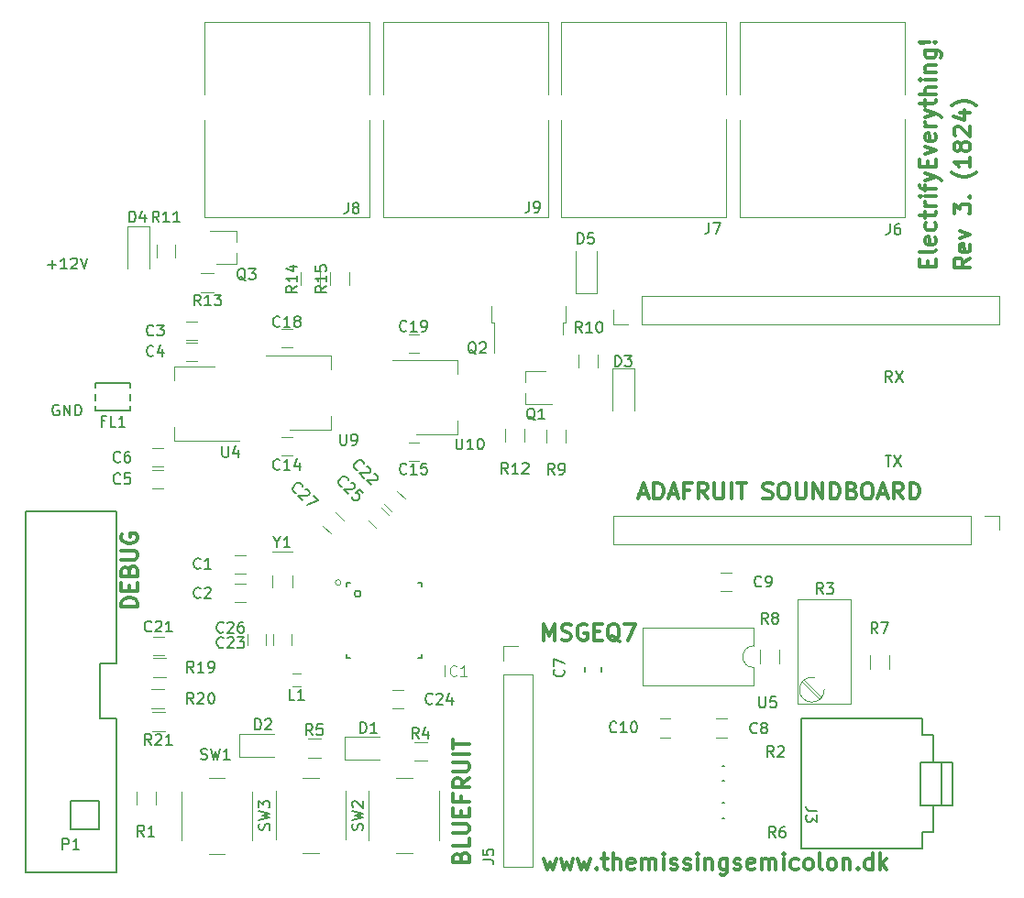
<source format=gto>
G04 #@! TF.GenerationSoftware,KiCad,Pcbnew,(5.0.0-rc2-dev-340-g7483a73a5)*
G04 #@! TF.CreationDate,2018-06-13T08:56:42+02:00*
G04 #@! TF.ProjectId,AudiA6Main,4175646941364D61696E2E6B69636164,rev?*
G04 #@! TF.SameCoordinates,Original*
G04 #@! TF.FileFunction,Legend,Top*
G04 #@! TF.FilePolarity,Positive*
%FSLAX46Y46*%
G04 Gerber Fmt 4.6, Leading zero omitted, Abs format (unit mm)*
G04 Created by KiCad (PCBNEW (5.0.0-rc2-dev-340-g7483a73a5)) date 06/13/18 08:56:42*
%MOMM*%
%LPD*%
G01*
G04 APERTURE LIST*
%ADD10C,0.300000*%
%ADD11C,0.120000*%
%ADD12C,0.150000*%
%ADD13C,0.127000*%
%ADD14C,0.203200*%
%ADD15C,0.100000*%
%ADD16C,0.050000*%
G04 APERTURE END LIST*
D10*
X97071428Y-139950000D02*
X97785714Y-139950000D01*
X96928571Y-140378571D02*
X97428571Y-138878571D01*
X97928571Y-140378571D01*
X98428571Y-140378571D02*
X98428571Y-138878571D01*
X98785714Y-138878571D01*
X99000000Y-138950000D01*
X99142857Y-139092857D01*
X99214285Y-139235714D01*
X99285714Y-139521428D01*
X99285714Y-139735714D01*
X99214285Y-140021428D01*
X99142857Y-140164285D01*
X99000000Y-140307142D01*
X98785714Y-140378571D01*
X98428571Y-140378571D01*
X99857142Y-139950000D02*
X100571428Y-139950000D01*
X99714285Y-140378571D02*
X100214285Y-138878571D01*
X100714285Y-140378571D01*
X101714285Y-139592857D02*
X101214285Y-139592857D01*
X101214285Y-140378571D02*
X101214285Y-138878571D01*
X101928571Y-138878571D01*
X103357142Y-140378571D02*
X102857142Y-139664285D01*
X102500000Y-140378571D02*
X102500000Y-138878571D01*
X103071428Y-138878571D01*
X103214285Y-138950000D01*
X103285714Y-139021428D01*
X103357142Y-139164285D01*
X103357142Y-139378571D01*
X103285714Y-139521428D01*
X103214285Y-139592857D01*
X103071428Y-139664285D01*
X102500000Y-139664285D01*
X104000000Y-138878571D02*
X104000000Y-140092857D01*
X104071428Y-140235714D01*
X104142857Y-140307142D01*
X104285714Y-140378571D01*
X104571428Y-140378571D01*
X104714285Y-140307142D01*
X104785714Y-140235714D01*
X104857142Y-140092857D01*
X104857142Y-138878571D01*
X105571428Y-140378571D02*
X105571428Y-138878571D01*
X106071428Y-138878571D02*
X106928571Y-138878571D01*
X106500000Y-140378571D02*
X106500000Y-138878571D01*
X108500000Y-140307142D02*
X108714285Y-140378571D01*
X109071428Y-140378571D01*
X109214285Y-140307142D01*
X109285714Y-140235714D01*
X109357142Y-140092857D01*
X109357142Y-139950000D01*
X109285714Y-139807142D01*
X109214285Y-139735714D01*
X109071428Y-139664285D01*
X108785714Y-139592857D01*
X108642857Y-139521428D01*
X108571428Y-139450000D01*
X108500000Y-139307142D01*
X108500000Y-139164285D01*
X108571428Y-139021428D01*
X108642857Y-138950000D01*
X108785714Y-138878571D01*
X109142857Y-138878571D01*
X109357142Y-138950000D01*
X110285714Y-138878571D02*
X110571428Y-138878571D01*
X110714285Y-138950000D01*
X110857142Y-139092857D01*
X110928571Y-139378571D01*
X110928571Y-139878571D01*
X110857142Y-140164285D01*
X110714285Y-140307142D01*
X110571428Y-140378571D01*
X110285714Y-140378571D01*
X110142857Y-140307142D01*
X110000000Y-140164285D01*
X109928571Y-139878571D01*
X109928571Y-139378571D01*
X110000000Y-139092857D01*
X110142857Y-138950000D01*
X110285714Y-138878571D01*
X111571428Y-138878571D02*
X111571428Y-140092857D01*
X111642857Y-140235714D01*
X111714285Y-140307142D01*
X111857142Y-140378571D01*
X112142857Y-140378571D01*
X112285714Y-140307142D01*
X112357142Y-140235714D01*
X112428571Y-140092857D01*
X112428571Y-138878571D01*
X113142857Y-140378571D02*
X113142857Y-138878571D01*
X114000000Y-140378571D01*
X114000000Y-138878571D01*
X114714285Y-140378571D02*
X114714285Y-138878571D01*
X115071428Y-138878571D01*
X115285714Y-138950000D01*
X115428571Y-139092857D01*
X115500000Y-139235714D01*
X115571428Y-139521428D01*
X115571428Y-139735714D01*
X115500000Y-140021428D01*
X115428571Y-140164285D01*
X115285714Y-140307142D01*
X115071428Y-140378571D01*
X114714285Y-140378571D01*
X116714285Y-139592857D02*
X116928571Y-139664285D01*
X117000000Y-139735714D01*
X117071428Y-139878571D01*
X117071428Y-140092857D01*
X117000000Y-140235714D01*
X116928571Y-140307142D01*
X116785714Y-140378571D01*
X116214285Y-140378571D01*
X116214285Y-138878571D01*
X116714285Y-138878571D01*
X116857142Y-138950000D01*
X116928571Y-139021428D01*
X117000000Y-139164285D01*
X117000000Y-139307142D01*
X116928571Y-139450000D01*
X116857142Y-139521428D01*
X116714285Y-139592857D01*
X116214285Y-139592857D01*
X118000000Y-138878571D02*
X118285714Y-138878571D01*
X118428571Y-138950000D01*
X118571428Y-139092857D01*
X118642857Y-139378571D01*
X118642857Y-139878571D01*
X118571428Y-140164285D01*
X118428571Y-140307142D01*
X118285714Y-140378571D01*
X118000000Y-140378571D01*
X117857142Y-140307142D01*
X117714285Y-140164285D01*
X117642857Y-139878571D01*
X117642857Y-139378571D01*
X117714285Y-139092857D01*
X117857142Y-138950000D01*
X118000000Y-138878571D01*
X119214285Y-139950000D02*
X119928571Y-139950000D01*
X119071428Y-140378571D02*
X119571428Y-138878571D01*
X120071428Y-140378571D01*
X121428571Y-140378571D02*
X120928571Y-139664285D01*
X120571428Y-140378571D02*
X120571428Y-138878571D01*
X121142857Y-138878571D01*
X121285714Y-138950000D01*
X121357142Y-139021428D01*
X121428571Y-139164285D01*
X121428571Y-139378571D01*
X121357142Y-139521428D01*
X121285714Y-139592857D01*
X121142857Y-139664285D01*
X120571428Y-139664285D01*
X122071428Y-140378571D02*
X122071428Y-138878571D01*
X122428571Y-138878571D01*
X122642857Y-138950000D01*
X122785714Y-139092857D01*
X122857142Y-139235714D01*
X122928571Y-139521428D01*
X122928571Y-139735714D01*
X122857142Y-140021428D01*
X122785714Y-140164285D01*
X122642857Y-140307142D01*
X122428571Y-140378571D01*
X122071428Y-140378571D01*
X88242857Y-173628571D02*
X88528571Y-174628571D01*
X88814285Y-173914285D01*
X89100000Y-174628571D01*
X89385714Y-173628571D01*
X89814285Y-173628571D02*
X90100000Y-174628571D01*
X90385714Y-173914285D01*
X90671428Y-174628571D01*
X90957142Y-173628571D01*
X91385714Y-173628571D02*
X91671428Y-174628571D01*
X91957142Y-173914285D01*
X92242857Y-174628571D01*
X92528571Y-173628571D01*
X93100000Y-174485714D02*
X93171428Y-174557142D01*
X93100000Y-174628571D01*
X93028571Y-174557142D01*
X93100000Y-174485714D01*
X93100000Y-174628571D01*
X93600000Y-173628571D02*
X94171428Y-173628571D01*
X93814285Y-173128571D02*
X93814285Y-174414285D01*
X93885714Y-174557142D01*
X94028571Y-174628571D01*
X94171428Y-174628571D01*
X94671428Y-174628571D02*
X94671428Y-173128571D01*
X95314285Y-174628571D02*
X95314285Y-173842857D01*
X95242857Y-173700000D01*
X95100000Y-173628571D01*
X94885714Y-173628571D01*
X94742857Y-173700000D01*
X94671428Y-173771428D01*
X96600000Y-174557142D02*
X96457142Y-174628571D01*
X96171428Y-174628571D01*
X96028571Y-174557142D01*
X95957142Y-174414285D01*
X95957142Y-173842857D01*
X96028571Y-173700000D01*
X96171428Y-173628571D01*
X96457142Y-173628571D01*
X96600000Y-173700000D01*
X96671428Y-173842857D01*
X96671428Y-173985714D01*
X95957142Y-174128571D01*
X97314285Y-174628571D02*
X97314285Y-173628571D01*
X97314285Y-173771428D02*
X97385714Y-173700000D01*
X97528571Y-173628571D01*
X97742857Y-173628571D01*
X97885714Y-173700000D01*
X97957142Y-173842857D01*
X97957142Y-174628571D01*
X97957142Y-173842857D02*
X98028571Y-173700000D01*
X98171428Y-173628571D01*
X98385714Y-173628571D01*
X98528571Y-173700000D01*
X98600000Y-173842857D01*
X98600000Y-174628571D01*
X99314285Y-174628571D02*
X99314285Y-173628571D01*
X99314285Y-173128571D02*
X99242857Y-173200000D01*
X99314285Y-173271428D01*
X99385714Y-173200000D01*
X99314285Y-173128571D01*
X99314285Y-173271428D01*
X99957142Y-174557142D02*
X100100000Y-174628571D01*
X100385714Y-174628571D01*
X100528571Y-174557142D01*
X100600000Y-174414285D01*
X100600000Y-174342857D01*
X100528571Y-174200000D01*
X100385714Y-174128571D01*
X100171428Y-174128571D01*
X100028571Y-174057142D01*
X99957142Y-173914285D01*
X99957142Y-173842857D01*
X100028571Y-173700000D01*
X100171428Y-173628571D01*
X100385714Y-173628571D01*
X100528571Y-173700000D01*
X101171428Y-174557142D02*
X101314285Y-174628571D01*
X101600000Y-174628571D01*
X101742857Y-174557142D01*
X101814285Y-174414285D01*
X101814285Y-174342857D01*
X101742857Y-174200000D01*
X101600000Y-174128571D01*
X101385714Y-174128571D01*
X101242857Y-174057142D01*
X101171428Y-173914285D01*
X101171428Y-173842857D01*
X101242857Y-173700000D01*
X101385714Y-173628571D01*
X101600000Y-173628571D01*
X101742857Y-173700000D01*
X102457142Y-174628571D02*
X102457142Y-173628571D01*
X102457142Y-173128571D02*
X102385714Y-173200000D01*
X102457142Y-173271428D01*
X102528571Y-173200000D01*
X102457142Y-173128571D01*
X102457142Y-173271428D01*
X103171428Y-173628571D02*
X103171428Y-174628571D01*
X103171428Y-173771428D02*
X103242857Y-173700000D01*
X103385714Y-173628571D01*
X103600000Y-173628571D01*
X103742857Y-173700000D01*
X103814285Y-173842857D01*
X103814285Y-174628571D01*
X105171428Y-173628571D02*
X105171428Y-174842857D01*
X105100000Y-174985714D01*
X105028571Y-175057142D01*
X104885714Y-175128571D01*
X104671428Y-175128571D01*
X104528571Y-175057142D01*
X105171428Y-174557142D02*
X105028571Y-174628571D01*
X104742857Y-174628571D01*
X104600000Y-174557142D01*
X104528571Y-174485714D01*
X104457142Y-174342857D01*
X104457142Y-173914285D01*
X104528571Y-173771428D01*
X104600000Y-173700000D01*
X104742857Y-173628571D01*
X105028571Y-173628571D01*
X105171428Y-173700000D01*
X105814285Y-174557142D02*
X105957142Y-174628571D01*
X106242857Y-174628571D01*
X106385714Y-174557142D01*
X106457142Y-174414285D01*
X106457142Y-174342857D01*
X106385714Y-174200000D01*
X106242857Y-174128571D01*
X106028571Y-174128571D01*
X105885714Y-174057142D01*
X105814285Y-173914285D01*
X105814285Y-173842857D01*
X105885714Y-173700000D01*
X106028571Y-173628571D01*
X106242857Y-173628571D01*
X106385714Y-173700000D01*
X107671428Y-174557142D02*
X107528571Y-174628571D01*
X107242857Y-174628571D01*
X107100000Y-174557142D01*
X107028571Y-174414285D01*
X107028571Y-173842857D01*
X107100000Y-173700000D01*
X107242857Y-173628571D01*
X107528571Y-173628571D01*
X107671428Y-173700000D01*
X107742857Y-173842857D01*
X107742857Y-173985714D01*
X107028571Y-174128571D01*
X108385714Y-174628571D02*
X108385714Y-173628571D01*
X108385714Y-173771428D02*
X108457142Y-173700000D01*
X108600000Y-173628571D01*
X108814285Y-173628571D01*
X108957142Y-173700000D01*
X109028571Y-173842857D01*
X109028571Y-174628571D01*
X109028571Y-173842857D02*
X109100000Y-173700000D01*
X109242857Y-173628571D01*
X109457142Y-173628571D01*
X109600000Y-173700000D01*
X109671428Y-173842857D01*
X109671428Y-174628571D01*
X110385714Y-174628571D02*
X110385714Y-173628571D01*
X110385714Y-173128571D02*
X110314285Y-173200000D01*
X110385714Y-173271428D01*
X110457142Y-173200000D01*
X110385714Y-173128571D01*
X110385714Y-173271428D01*
X111742857Y-174557142D02*
X111600000Y-174628571D01*
X111314285Y-174628571D01*
X111171428Y-174557142D01*
X111100000Y-174485714D01*
X111028571Y-174342857D01*
X111028571Y-173914285D01*
X111100000Y-173771428D01*
X111171428Y-173700000D01*
X111314285Y-173628571D01*
X111600000Y-173628571D01*
X111742857Y-173700000D01*
X112600000Y-174628571D02*
X112457142Y-174557142D01*
X112385714Y-174485714D01*
X112314285Y-174342857D01*
X112314285Y-173914285D01*
X112385714Y-173771428D01*
X112457142Y-173700000D01*
X112600000Y-173628571D01*
X112814285Y-173628571D01*
X112957142Y-173700000D01*
X113028571Y-173771428D01*
X113100000Y-173914285D01*
X113100000Y-174342857D01*
X113028571Y-174485714D01*
X112957142Y-174557142D01*
X112814285Y-174628571D01*
X112600000Y-174628571D01*
X113957142Y-174628571D02*
X113814285Y-174557142D01*
X113742857Y-174414285D01*
X113742857Y-173128571D01*
X114742857Y-174628571D02*
X114600000Y-174557142D01*
X114528571Y-174485714D01*
X114457142Y-174342857D01*
X114457142Y-173914285D01*
X114528571Y-173771428D01*
X114600000Y-173700000D01*
X114742857Y-173628571D01*
X114957142Y-173628571D01*
X115100000Y-173700000D01*
X115171428Y-173771428D01*
X115242857Y-173914285D01*
X115242857Y-174342857D01*
X115171428Y-174485714D01*
X115100000Y-174557142D01*
X114957142Y-174628571D01*
X114742857Y-174628571D01*
X115885714Y-173628571D02*
X115885714Y-174628571D01*
X115885714Y-173771428D02*
X115957142Y-173700000D01*
X116100000Y-173628571D01*
X116314285Y-173628571D01*
X116457142Y-173700000D01*
X116528571Y-173842857D01*
X116528571Y-174628571D01*
X117242857Y-174485714D02*
X117314285Y-174557142D01*
X117242857Y-174628571D01*
X117171428Y-174557142D01*
X117242857Y-174485714D01*
X117242857Y-174628571D01*
X118600000Y-174628571D02*
X118600000Y-173128571D01*
X118600000Y-174557142D02*
X118457142Y-174628571D01*
X118171428Y-174628571D01*
X118028571Y-174557142D01*
X117957142Y-174485714D01*
X117885714Y-174342857D01*
X117885714Y-173914285D01*
X117957142Y-173771428D01*
X118028571Y-173700000D01*
X118171428Y-173628571D01*
X118457142Y-173628571D01*
X118600000Y-173700000D01*
X119314285Y-174628571D02*
X119314285Y-173128571D01*
X119457142Y-174057142D02*
X119885714Y-174628571D01*
X119885714Y-173628571D02*
X119314285Y-174200000D01*
X80592857Y-173471428D02*
X80664285Y-173257142D01*
X80735714Y-173185714D01*
X80878571Y-173114285D01*
X81092857Y-173114285D01*
X81235714Y-173185714D01*
X81307142Y-173257142D01*
X81378571Y-173400000D01*
X81378571Y-173971428D01*
X79878571Y-173971428D01*
X79878571Y-173471428D01*
X79950000Y-173328571D01*
X80021428Y-173257142D01*
X80164285Y-173185714D01*
X80307142Y-173185714D01*
X80450000Y-173257142D01*
X80521428Y-173328571D01*
X80592857Y-173471428D01*
X80592857Y-173971428D01*
X81378571Y-171757142D02*
X81378571Y-172471428D01*
X79878571Y-172471428D01*
X79878571Y-171257142D02*
X81092857Y-171257142D01*
X81235714Y-171185714D01*
X81307142Y-171114285D01*
X81378571Y-170971428D01*
X81378571Y-170685714D01*
X81307142Y-170542857D01*
X81235714Y-170471428D01*
X81092857Y-170400000D01*
X79878571Y-170400000D01*
X80592857Y-169685714D02*
X80592857Y-169185714D01*
X81378571Y-168971428D02*
X81378571Y-169685714D01*
X79878571Y-169685714D01*
X79878571Y-168971428D01*
X80592857Y-167828571D02*
X80592857Y-168328571D01*
X81378571Y-168328571D02*
X79878571Y-168328571D01*
X79878571Y-167614285D01*
X81378571Y-166185714D02*
X80664285Y-166685714D01*
X81378571Y-167042857D02*
X79878571Y-167042857D01*
X79878571Y-166471428D01*
X79950000Y-166328571D01*
X80021428Y-166257142D01*
X80164285Y-166185714D01*
X80378571Y-166185714D01*
X80521428Y-166257142D01*
X80592857Y-166328571D01*
X80664285Y-166471428D01*
X80664285Y-167042857D01*
X79878571Y-165542857D02*
X81092857Y-165542857D01*
X81235714Y-165471428D01*
X81307142Y-165400000D01*
X81378571Y-165257142D01*
X81378571Y-164971428D01*
X81307142Y-164828571D01*
X81235714Y-164757142D01*
X81092857Y-164685714D01*
X79878571Y-164685714D01*
X81378571Y-163971428D02*
X79878571Y-163971428D01*
X79878571Y-163471428D02*
X79878571Y-162614285D01*
X81378571Y-163042857D02*
X79878571Y-163042857D01*
X127628571Y-118121428D02*
X126914285Y-118621428D01*
X127628571Y-118978571D02*
X126128571Y-118978571D01*
X126128571Y-118407142D01*
X126200000Y-118264285D01*
X126271428Y-118192857D01*
X126414285Y-118121428D01*
X126628571Y-118121428D01*
X126771428Y-118192857D01*
X126842857Y-118264285D01*
X126914285Y-118407142D01*
X126914285Y-118978571D01*
X127557142Y-116907142D02*
X127628571Y-117050000D01*
X127628571Y-117335714D01*
X127557142Y-117478571D01*
X127414285Y-117550000D01*
X126842857Y-117550000D01*
X126700000Y-117478571D01*
X126628571Y-117335714D01*
X126628571Y-117050000D01*
X126700000Y-116907142D01*
X126842857Y-116835714D01*
X126985714Y-116835714D01*
X127128571Y-117550000D01*
X126628571Y-116335714D02*
X127628571Y-115978571D01*
X126628571Y-115621428D01*
X126128571Y-114050000D02*
X126128571Y-113121428D01*
X126700000Y-113621428D01*
X126700000Y-113407142D01*
X126771428Y-113264285D01*
X126842857Y-113192857D01*
X126985714Y-113121428D01*
X127342857Y-113121428D01*
X127485714Y-113192857D01*
X127557142Y-113264285D01*
X127628571Y-113407142D01*
X127628571Y-113835714D01*
X127557142Y-113978571D01*
X127485714Y-114050000D01*
X127485714Y-112478571D02*
X127557142Y-112407142D01*
X127628571Y-112478571D01*
X127557142Y-112550000D01*
X127485714Y-112478571D01*
X127628571Y-112478571D01*
X128200000Y-110192857D02*
X128128571Y-110264285D01*
X127914285Y-110407142D01*
X127771428Y-110478571D01*
X127557142Y-110550000D01*
X127200000Y-110621428D01*
X126914285Y-110621428D01*
X126557142Y-110550000D01*
X126342857Y-110478571D01*
X126200000Y-110407142D01*
X125985714Y-110264285D01*
X125914285Y-110192857D01*
X127628571Y-108835714D02*
X127628571Y-109692857D01*
X127628571Y-109264285D02*
X126128571Y-109264285D01*
X126342857Y-109407142D01*
X126485714Y-109550000D01*
X126557142Y-109692857D01*
X126771428Y-107978571D02*
X126700000Y-108121428D01*
X126628571Y-108192857D01*
X126485714Y-108264285D01*
X126414285Y-108264285D01*
X126271428Y-108192857D01*
X126200000Y-108121428D01*
X126128571Y-107978571D01*
X126128571Y-107692857D01*
X126200000Y-107550000D01*
X126271428Y-107478571D01*
X126414285Y-107407142D01*
X126485714Y-107407142D01*
X126628571Y-107478571D01*
X126700000Y-107550000D01*
X126771428Y-107692857D01*
X126771428Y-107978571D01*
X126842857Y-108121428D01*
X126914285Y-108192857D01*
X127057142Y-108264285D01*
X127342857Y-108264285D01*
X127485714Y-108192857D01*
X127557142Y-108121428D01*
X127628571Y-107978571D01*
X127628571Y-107692857D01*
X127557142Y-107550000D01*
X127485714Y-107478571D01*
X127342857Y-107407142D01*
X127057142Y-107407142D01*
X126914285Y-107478571D01*
X126842857Y-107550000D01*
X126771428Y-107692857D01*
X126271428Y-106835714D02*
X126200000Y-106764285D01*
X126128571Y-106621428D01*
X126128571Y-106264285D01*
X126200000Y-106121428D01*
X126271428Y-106050000D01*
X126414285Y-105978571D01*
X126557142Y-105978571D01*
X126771428Y-106050000D01*
X127628571Y-106907142D01*
X127628571Y-105978571D01*
X126628571Y-104692857D02*
X127628571Y-104692857D01*
X126057142Y-105050000D02*
X127128571Y-105407142D01*
X127128571Y-104478571D01*
X128200000Y-104050000D02*
X128128571Y-103978571D01*
X127914285Y-103835714D01*
X127771428Y-103764285D01*
X127557142Y-103692857D01*
X127200000Y-103621428D01*
X126914285Y-103621428D01*
X126557142Y-103692857D01*
X126342857Y-103764285D01*
X126200000Y-103835714D01*
X125985714Y-103978571D01*
X125914285Y-104050000D01*
X123667857Y-118932142D02*
X123667857Y-118432142D01*
X124453571Y-118217857D02*
X124453571Y-118932142D01*
X122953571Y-118932142D01*
X122953571Y-118217857D01*
X124453571Y-117360714D02*
X124382142Y-117503571D01*
X124239285Y-117575000D01*
X122953571Y-117575000D01*
X124382142Y-116217857D02*
X124453571Y-116360714D01*
X124453571Y-116646428D01*
X124382142Y-116789285D01*
X124239285Y-116860714D01*
X123667857Y-116860714D01*
X123525000Y-116789285D01*
X123453571Y-116646428D01*
X123453571Y-116360714D01*
X123525000Y-116217857D01*
X123667857Y-116146428D01*
X123810714Y-116146428D01*
X123953571Y-116860714D01*
X124382142Y-114860714D02*
X124453571Y-115003571D01*
X124453571Y-115289285D01*
X124382142Y-115432142D01*
X124310714Y-115503571D01*
X124167857Y-115575000D01*
X123739285Y-115575000D01*
X123596428Y-115503571D01*
X123525000Y-115432142D01*
X123453571Y-115289285D01*
X123453571Y-115003571D01*
X123525000Y-114860714D01*
X123453571Y-114432142D02*
X123453571Y-113860714D01*
X122953571Y-114217857D02*
X124239285Y-114217857D01*
X124382142Y-114146428D01*
X124453571Y-114003571D01*
X124453571Y-113860714D01*
X124453571Y-113360714D02*
X123453571Y-113360714D01*
X123739285Y-113360714D02*
X123596428Y-113289285D01*
X123525000Y-113217857D01*
X123453571Y-113075000D01*
X123453571Y-112932142D01*
X124453571Y-112432142D02*
X123453571Y-112432142D01*
X122953571Y-112432142D02*
X123025000Y-112503571D01*
X123096428Y-112432142D01*
X123025000Y-112360714D01*
X122953571Y-112432142D01*
X123096428Y-112432142D01*
X123453571Y-111932142D02*
X123453571Y-111360714D01*
X124453571Y-111717857D02*
X123167857Y-111717857D01*
X123025000Y-111646428D01*
X122953571Y-111503571D01*
X122953571Y-111360714D01*
X123453571Y-111003571D02*
X124453571Y-110646428D01*
X123453571Y-110289285D02*
X124453571Y-110646428D01*
X124810714Y-110789285D01*
X124882142Y-110860714D01*
X124953571Y-111003571D01*
X123667857Y-109717857D02*
X123667857Y-109217857D01*
X124453571Y-109003571D02*
X124453571Y-109717857D01*
X122953571Y-109717857D01*
X122953571Y-109003571D01*
X123453571Y-108503571D02*
X124453571Y-108146428D01*
X123453571Y-107789285D01*
X124382142Y-106646428D02*
X124453571Y-106789285D01*
X124453571Y-107075000D01*
X124382142Y-107217857D01*
X124239285Y-107289285D01*
X123667857Y-107289285D01*
X123525000Y-107217857D01*
X123453571Y-107075000D01*
X123453571Y-106789285D01*
X123525000Y-106646428D01*
X123667857Y-106575000D01*
X123810714Y-106575000D01*
X123953571Y-107289285D01*
X124453571Y-105932142D02*
X123453571Y-105932142D01*
X123739285Y-105932142D02*
X123596428Y-105860714D01*
X123525000Y-105789285D01*
X123453571Y-105646428D01*
X123453571Y-105503571D01*
X123453571Y-105146428D02*
X124453571Y-104789285D01*
X123453571Y-104432142D02*
X124453571Y-104789285D01*
X124810714Y-104932142D01*
X124882142Y-105003571D01*
X124953571Y-105146428D01*
X123453571Y-104075000D02*
X123453571Y-103503571D01*
X122953571Y-103860714D02*
X124239285Y-103860714D01*
X124382142Y-103789285D01*
X124453571Y-103646428D01*
X124453571Y-103503571D01*
X124453571Y-103003571D02*
X122953571Y-103003571D01*
X124453571Y-102360714D02*
X123667857Y-102360714D01*
X123525000Y-102432142D01*
X123453571Y-102575000D01*
X123453571Y-102789285D01*
X123525000Y-102932142D01*
X123596428Y-103003571D01*
X124453571Y-101646428D02*
X123453571Y-101646428D01*
X122953571Y-101646428D02*
X123025000Y-101717857D01*
X123096428Y-101646428D01*
X123025000Y-101575000D01*
X122953571Y-101646428D01*
X123096428Y-101646428D01*
X123453571Y-100932142D02*
X124453571Y-100932142D01*
X123596428Y-100932142D02*
X123525000Y-100860714D01*
X123453571Y-100717857D01*
X123453571Y-100503571D01*
X123525000Y-100360714D01*
X123667857Y-100289285D01*
X124453571Y-100289285D01*
X123453571Y-98932142D02*
X124667857Y-98932142D01*
X124810714Y-99003571D01*
X124882142Y-99075000D01*
X124953571Y-99217857D01*
X124953571Y-99432142D01*
X124882142Y-99575000D01*
X124382142Y-98932142D02*
X124453571Y-99075000D01*
X124453571Y-99360714D01*
X124382142Y-99503571D01*
X124310714Y-99575000D01*
X124167857Y-99646428D01*
X123739285Y-99646428D01*
X123596428Y-99575000D01*
X123525000Y-99503571D01*
X123453571Y-99360714D01*
X123453571Y-99075000D01*
X123525000Y-98932142D01*
X124310714Y-98217857D02*
X124382142Y-98146428D01*
X124453571Y-98217857D01*
X124382142Y-98289285D01*
X124310714Y-98217857D01*
X124453571Y-98217857D01*
X123882142Y-98217857D02*
X123025000Y-98289285D01*
X122953571Y-98217857D01*
X123025000Y-98146428D01*
X123882142Y-98217857D01*
X122953571Y-98217857D01*
X50728571Y-150357142D02*
X49228571Y-150357142D01*
X49228571Y-150000000D01*
X49300000Y-149785714D01*
X49442857Y-149642857D01*
X49585714Y-149571428D01*
X49871428Y-149500000D01*
X50085714Y-149500000D01*
X50371428Y-149571428D01*
X50514285Y-149642857D01*
X50657142Y-149785714D01*
X50728571Y-150000000D01*
X50728571Y-150357142D01*
X49942857Y-148857142D02*
X49942857Y-148357142D01*
X50728571Y-148142857D02*
X50728571Y-148857142D01*
X49228571Y-148857142D01*
X49228571Y-148142857D01*
X49942857Y-147000000D02*
X50014285Y-146785714D01*
X50085714Y-146714285D01*
X50228571Y-146642857D01*
X50442857Y-146642857D01*
X50585714Y-146714285D01*
X50657142Y-146785714D01*
X50728571Y-146928571D01*
X50728571Y-147500000D01*
X49228571Y-147500000D01*
X49228571Y-147000000D01*
X49300000Y-146857142D01*
X49371428Y-146785714D01*
X49514285Y-146714285D01*
X49657142Y-146714285D01*
X49800000Y-146785714D01*
X49871428Y-146857142D01*
X49942857Y-147000000D01*
X49942857Y-147500000D01*
X49228571Y-146000000D02*
X50442857Y-146000000D01*
X50585714Y-145928571D01*
X50657142Y-145857142D01*
X50728571Y-145714285D01*
X50728571Y-145428571D01*
X50657142Y-145285714D01*
X50585714Y-145214285D01*
X50442857Y-145142857D01*
X49228571Y-145142857D01*
X49300000Y-143642857D02*
X49228571Y-143785714D01*
X49228571Y-144000000D01*
X49300000Y-144214285D01*
X49442857Y-144357142D01*
X49585714Y-144428571D01*
X49871428Y-144500000D01*
X50085714Y-144500000D01*
X50371428Y-144428571D01*
X50514285Y-144357142D01*
X50657142Y-144214285D01*
X50728571Y-144000000D01*
X50728571Y-143857142D01*
X50657142Y-143642857D01*
X50585714Y-143571428D01*
X50085714Y-143571428D01*
X50085714Y-143857142D01*
X88257142Y-153428571D02*
X88257142Y-151928571D01*
X88757142Y-153000000D01*
X89257142Y-151928571D01*
X89257142Y-153428571D01*
X89900000Y-153357142D02*
X90114285Y-153428571D01*
X90471428Y-153428571D01*
X90614285Y-153357142D01*
X90685714Y-153285714D01*
X90757142Y-153142857D01*
X90757142Y-153000000D01*
X90685714Y-152857142D01*
X90614285Y-152785714D01*
X90471428Y-152714285D01*
X90185714Y-152642857D01*
X90042857Y-152571428D01*
X89971428Y-152500000D01*
X89900000Y-152357142D01*
X89900000Y-152214285D01*
X89971428Y-152071428D01*
X90042857Y-152000000D01*
X90185714Y-151928571D01*
X90542857Y-151928571D01*
X90757142Y-152000000D01*
X92185714Y-152000000D02*
X92042857Y-151928571D01*
X91828571Y-151928571D01*
X91614285Y-152000000D01*
X91471428Y-152142857D01*
X91400000Y-152285714D01*
X91328571Y-152571428D01*
X91328571Y-152785714D01*
X91400000Y-153071428D01*
X91471428Y-153214285D01*
X91614285Y-153357142D01*
X91828571Y-153428571D01*
X91971428Y-153428571D01*
X92185714Y-153357142D01*
X92257142Y-153285714D01*
X92257142Y-152785714D01*
X91971428Y-152785714D01*
X92900000Y-152642857D02*
X93400000Y-152642857D01*
X93614285Y-153428571D02*
X92900000Y-153428571D01*
X92900000Y-151928571D01*
X93614285Y-151928571D01*
X95257142Y-153571428D02*
X95114285Y-153500000D01*
X94971428Y-153357142D01*
X94757142Y-153142857D01*
X94614285Y-153071428D01*
X94471428Y-153071428D01*
X94542857Y-153428571D02*
X94400000Y-153357142D01*
X94257142Y-153214285D01*
X94185714Y-152928571D01*
X94185714Y-152428571D01*
X94257142Y-152142857D01*
X94400000Y-152000000D01*
X94542857Y-151928571D01*
X94828571Y-151928571D01*
X94971428Y-152000000D01*
X95114285Y-152142857D01*
X95185714Y-152428571D01*
X95185714Y-152928571D01*
X95114285Y-153214285D01*
X94971428Y-153357142D01*
X94828571Y-153428571D01*
X94542857Y-153428571D01*
X95685714Y-151928571D02*
X96685714Y-151928571D01*
X96042857Y-153428571D01*
D11*
X130330000Y-124250000D02*
X130330000Y-121590000D01*
X97250000Y-124250000D02*
X130330000Y-124250000D01*
X97250000Y-121590000D02*
X130330000Y-121590000D01*
X97250000Y-124250000D02*
X97250000Y-121590000D01*
X95980000Y-124250000D02*
X94650000Y-124250000D01*
X94650000Y-124250000D02*
X94650000Y-122920000D01*
X60700000Y-145550000D02*
X59700000Y-145550000D01*
X59700000Y-147250000D02*
X60700000Y-147250000D01*
X60700000Y-148250000D02*
X59700000Y-148250000D01*
X59700000Y-149950000D02*
X60700000Y-149950000D01*
X56191903Y-124023186D02*
X55191903Y-124023186D01*
X55191903Y-125723186D02*
X56191903Y-125723186D01*
X56191903Y-125923186D02*
X55191903Y-125923186D01*
X55191903Y-127623186D02*
X56191903Y-127623186D01*
X52100000Y-139400000D02*
X53100000Y-139400000D01*
X53100000Y-137700000D02*
X52100000Y-137700000D01*
X52100000Y-137350000D02*
X53100000Y-137350000D01*
X53100000Y-135650000D02*
X52100000Y-135650000D01*
X105150000Y-160700000D02*
X104150000Y-160700000D01*
X104150000Y-162400000D02*
X105150000Y-162400000D01*
X105600000Y-147200000D02*
X104600000Y-147200000D01*
X104600000Y-148900000D02*
X105600000Y-148900000D01*
X99950000Y-160700000D02*
X98950000Y-160700000D01*
X98950000Y-162400000D02*
X99950000Y-162400000D01*
X64050000Y-136400000D02*
X65050000Y-136400000D01*
X65050000Y-134700000D02*
X64050000Y-134700000D01*
X76750000Y-135150000D02*
X75750000Y-135150000D01*
X75750000Y-136850000D02*
X76750000Y-136850000D01*
X64050000Y-126400000D02*
X65050000Y-126400000D01*
X65050000Y-124700000D02*
X64050000Y-124700000D01*
X75750000Y-126850000D02*
X76750000Y-126850000D01*
X76750000Y-125150000D02*
X75750000Y-125150000D01*
X53150000Y-153100000D02*
X52150000Y-153100000D01*
X52150000Y-154800000D02*
X53150000Y-154800000D01*
X75404594Y-140352513D02*
X74697487Y-139645406D01*
X73495406Y-140847487D02*
X74202513Y-141554594D01*
X64950000Y-153900000D02*
X64950000Y-152900000D01*
X63250000Y-152900000D02*
X63250000Y-153900000D01*
X74300000Y-159750000D02*
X75300000Y-159750000D01*
X75300000Y-158050000D02*
X74300000Y-158050000D01*
X72045406Y-142347487D02*
X72752513Y-143054594D01*
X73954594Y-141852513D02*
X73247487Y-141145406D01*
X60850000Y-152900000D02*
X60850000Y-153900000D01*
X62550000Y-153900000D02*
X62550000Y-152900000D01*
X67845406Y-142847487D02*
X68552513Y-143554594D01*
X69754594Y-142352513D02*
X69047487Y-141645406D01*
D12*
X50050000Y-129700000D02*
X46850000Y-129700000D01*
X46850000Y-129700000D02*
X46850000Y-130100000D01*
X50050000Y-129700000D02*
X50050000Y-130100000D01*
X50050000Y-130650000D02*
X50050000Y-131250000D01*
X50050000Y-131800000D02*
X50050000Y-132200000D01*
X50050000Y-132200000D02*
X46850000Y-132200000D01*
X46850000Y-132200000D02*
X46850000Y-131800000D01*
X46850000Y-130650000D02*
X46850000Y-131250000D01*
X123200000Y-160700000D02*
X112000000Y-160700000D01*
X112000000Y-172700000D02*
X123200000Y-172700000D01*
X124200000Y-171200000D02*
X124200000Y-168700000D01*
X124200000Y-162200000D02*
X124200000Y-164700000D01*
X123200000Y-162200000D02*
X124200000Y-162200000D01*
X123200000Y-160700000D02*
X123200000Y-162200000D01*
X123200000Y-171200000D02*
X124200000Y-171200000D01*
X123200000Y-172700000D02*
X123200000Y-171200000D01*
X112000000Y-172700000D02*
X112000000Y-160700000D01*
X126000000Y-164700000D02*
X125000000Y-164700000D01*
X126000000Y-168700000D02*
X126000000Y-164700000D01*
X126000000Y-168700000D02*
X125000000Y-168700000D01*
X125000000Y-164700000D02*
X124200000Y-164700000D01*
X125000000Y-168700000D02*
X125000000Y-164700000D01*
X124200000Y-168700000D02*
X125000000Y-168700000D01*
X123000000Y-168700000D02*
X123200000Y-168700000D01*
X123000000Y-164700000D02*
X123000000Y-168700000D01*
X123200000Y-164700000D02*
X123000000Y-164700000D01*
X124200000Y-164700000D02*
X123200000Y-164700000D01*
X124200000Y-168700000D02*
X123200000Y-168700000D01*
D11*
X84520000Y-174410000D02*
X87180000Y-174410000D01*
X84520000Y-156570000D02*
X84520000Y-174410000D01*
X87180000Y-156570000D02*
X87180000Y-174410000D01*
X84520000Y-156570000D02*
X87180000Y-156570000D01*
X84520000Y-155300000D02*
X84520000Y-153970000D01*
X84520000Y-153970000D02*
X85850000Y-153970000D01*
X121559999Y-103004999D02*
X121559999Y-96294999D01*
X106329999Y-102994999D02*
X106319999Y-96294999D01*
X121559999Y-114324999D02*
X121559999Y-105324999D01*
X106319999Y-114324999D02*
X121559999Y-114324999D01*
X106319999Y-114324999D02*
X106329999Y-105334999D01*
X121559999Y-96294999D02*
X106319999Y-96294999D01*
X105089999Y-96294999D02*
X89849999Y-96294999D01*
X89849999Y-114324999D02*
X89859999Y-105334999D01*
X89849999Y-114324999D02*
X105089999Y-114324999D01*
X105089999Y-114324999D02*
X105089999Y-105324999D01*
X89859999Y-102994999D02*
X89849999Y-96294999D01*
X105089999Y-103004999D02*
X105089999Y-96294999D01*
X72145000Y-103040000D02*
X72145000Y-96330000D01*
X56915000Y-103030000D02*
X56905000Y-96330000D01*
X72145000Y-114360000D02*
X72145000Y-105360000D01*
X56905000Y-114360000D02*
X72145000Y-114360000D01*
X56905000Y-114360000D02*
X56915000Y-105370000D01*
X72145000Y-96330000D02*
X56905000Y-96330000D01*
X88645000Y-96330000D02*
X73405000Y-96330000D01*
X73405000Y-114360000D02*
X73415000Y-105370000D01*
X73405000Y-114360000D02*
X88645000Y-114360000D01*
X88645000Y-114360000D02*
X88645000Y-105360000D01*
X73415000Y-103030000D02*
X73405000Y-96330000D01*
X88645000Y-103040000D02*
X88645000Y-96330000D01*
X130320000Y-141910000D02*
X130320000Y-143240000D01*
X128990000Y-141910000D02*
X130320000Y-141910000D01*
X127720000Y-141910000D02*
X127720000Y-144570000D01*
X127720000Y-144570000D02*
X94640000Y-144570000D01*
X127720000Y-141910000D02*
X94640000Y-141910000D01*
X94640000Y-141910000D02*
X94640000Y-144570000D01*
X65750000Y-157700000D02*
X65050000Y-157700000D01*
X65050000Y-156500000D02*
X65750000Y-156500000D01*
X52380000Y-167400000D02*
X52380000Y-168600000D01*
X50620000Y-168600000D02*
X50620000Y-167400000D01*
X76250000Y-162820000D02*
X77450000Y-162820000D01*
X77450000Y-164580000D02*
X76250000Y-164580000D01*
X67650000Y-164305000D02*
X66450000Y-164305000D01*
X66450000Y-162545000D02*
X67650000Y-162545000D01*
X120130000Y-154850000D02*
X120130000Y-156050000D01*
X118370000Y-156050000D02*
X118370000Y-154850000D01*
X109980000Y-154350000D02*
X109980000Y-155550000D01*
X108220000Y-155550000D02*
X108220000Y-154350000D01*
X88495000Y-135150000D02*
X88495000Y-133950000D01*
X90255000Y-133950000D02*
X90255000Y-135150000D01*
X91470000Y-128275000D02*
X91470000Y-127075000D01*
X93230000Y-127075000D02*
X93230000Y-128275000D01*
X54230000Y-116875000D02*
X54230000Y-118075000D01*
X52470000Y-118075000D02*
X52470000Y-116875000D01*
X86455000Y-133900000D02*
X86455000Y-135100000D01*
X84695000Y-135100000D02*
X84695000Y-133900000D01*
X57750000Y-121255000D02*
X56550000Y-121255000D01*
X56550000Y-119495000D02*
X57750000Y-119495000D01*
X52150000Y-155070000D02*
X53350000Y-155070000D01*
X53350000Y-156830000D02*
X52150000Y-156830000D01*
X53200000Y-159730000D02*
X52000000Y-159730000D01*
X52000000Y-157970000D02*
X53200000Y-157970000D01*
X52050000Y-160070000D02*
X53250000Y-160070000D01*
X53250000Y-161830000D02*
X52050000Y-161830000D01*
X57300000Y-173150000D02*
X58800000Y-173150000D01*
X61300000Y-171900000D02*
X61300000Y-167400000D01*
X58800000Y-166150000D02*
X57300000Y-166150000D01*
X54800000Y-167400000D02*
X54800000Y-171900000D01*
X60091903Y-134983186D02*
X54081903Y-134983186D01*
X57841903Y-128163186D02*
X54081903Y-128163186D01*
X54081903Y-134983186D02*
X54081903Y-133723186D01*
X54081903Y-128163186D02*
X54081903Y-129423186D01*
X107630000Y-157610000D02*
X107630000Y-155960000D01*
X97350000Y-157610000D02*
X107630000Y-157610000D01*
X97350000Y-152310000D02*
X97350000Y-157610000D01*
X107630000Y-152310000D02*
X97350000Y-152310000D01*
X107630000Y-153960000D02*
X107630000Y-152310000D01*
X107630000Y-155960000D02*
G75*
G02X107630000Y-153960000I0J1000000D01*
G01*
X68560000Y-133960000D02*
X68560000Y-132700000D01*
X68560000Y-127140000D02*
X68560000Y-128400000D01*
X64800000Y-133960000D02*
X68560000Y-133960000D01*
X62550000Y-127140000D02*
X68560000Y-127140000D01*
X74250000Y-127590000D02*
X80260000Y-127590000D01*
X76500000Y-134410000D02*
X80260000Y-134410000D01*
X80260000Y-127590000D02*
X80260000Y-128850000D01*
X80260000Y-134410000D02*
X80260000Y-133150000D01*
X65000000Y-145275000D02*
X63200000Y-145275000D01*
X63150000Y-147425000D02*
X63150000Y-148525000D01*
X65050000Y-147425000D02*
X65050000Y-148525000D01*
X76082500Y-166129999D02*
X74582500Y-166129999D01*
X72082500Y-167379999D02*
X72082500Y-171879999D01*
X74582500Y-173129999D02*
X76082500Y-173129999D01*
X78582500Y-171879999D02*
X78582500Y-167379999D01*
X69975000Y-171875000D02*
X69975000Y-167375000D01*
X65975000Y-173125000D02*
X67475000Y-173125000D01*
X63475000Y-167375000D02*
X63475000Y-171875000D01*
X67475000Y-166125000D02*
X65975000Y-166125000D01*
X60100000Y-164210000D02*
X63300000Y-164210000D01*
X63300000Y-162090000D02*
X60100000Y-162090000D01*
X60100000Y-162090000D02*
X60100000Y-164210000D01*
X96600000Y-128350000D02*
X96600000Y-132200000D01*
X94600000Y-128350000D02*
X94600000Y-132200000D01*
X96600000Y-128350000D02*
X94600000Y-128350000D01*
X51800000Y-115200000D02*
X49800000Y-115200000D01*
X49800000Y-115200000D02*
X49800000Y-119050000D01*
X51800000Y-115200000D02*
X51800000Y-119050000D01*
X91150000Y-121350000D02*
X91150000Y-117500000D01*
X93150000Y-121350000D02*
X93150000Y-117500000D01*
X91150000Y-121350000D02*
X93150000Y-121350000D01*
X69850000Y-164510000D02*
X73050000Y-164510000D01*
X73050000Y-162390000D02*
X69850000Y-162390000D01*
X69850000Y-162390000D02*
X69850000Y-164510000D01*
D12*
X44550000Y-141500000D02*
X48750000Y-141500000D01*
X48750000Y-174900000D02*
X40350000Y-174900000D01*
X40350000Y-174900000D02*
X40350000Y-141500000D01*
X40350000Y-141500000D02*
X44550000Y-141500000D01*
X47250000Y-160700000D02*
X48750000Y-160700000D01*
X47250000Y-160700000D02*
X47250000Y-155600000D01*
X47250000Y-155600000D02*
X48750000Y-155600000D01*
X48750000Y-141500000D02*
X48750000Y-155600000D01*
X48750000Y-160700000D02*
X48750000Y-174900000D01*
X44550000Y-170900000D02*
X44550000Y-168300000D01*
X44550000Y-168300000D02*
X47150000Y-168300000D01*
X47150000Y-168300000D02*
X47150000Y-170900000D01*
X47150000Y-170900000D02*
X44550000Y-170900000D01*
D11*
X86595000Y-131610000D02*
X89025000Y-131610000D01*
X86575000Y-131600000D02*
X86575000Y-130600000D01*
X86575000Y-128550000D02*
X88425000Y-128550000D01*
X86575000Y-129600000D02*
X86575000Y-128550000D01*
X90030000Y-124045000D02*
X90030000Y-125145000D01*
X90300000Y-124045000D02*
X90030000Y-124045000D01*
X90300000Y-122545000D02*
X90300000Y-124045000D01*
X83670000Y-124045000D02*
X83670000Y-126875000D01*
X83400000Y-124045000D02*
X83670000Y-124045000D01*
X83400000Y-122545000D02*
X83400000Y-124045000D01*
X59825000Y-117625000D02*
X59825000Y-118675000D01*
X59825000Y-118675000D02*
X57975000Y-118675000D01*
X59825000Y-115625000D02*
X59825000Y-116625000D01*
X59805000Y-115615000D02*
X57375000Y-115615000D01*
D12*
X104801020Y-165048960D02*
X104900080Y-165048960D01*
X104801020Y-165048960D02*
X104701960Y-165048960D01*
X104801020Y-166451040D02*
X104701960Y-166451040D01*
X104900080Y-166451040D02*
X104801020Y-166451040D01*
X104801020Y-166451040D02*
X104900080Y-166451040D01*
X104851020Y-169851040D02*
X104950080Y-169851040D01*
X104950080Y-169851040D02*
X104851020Y-169851040D01*
X104851020Y-169851040D02*
X104751960Y-169851040D01*
X104851020Y-168448960D02*
X104751960Y-168448960D01*
X104851020Y-168448960D02*
X104950080Y-168448960D01*
D11*
X113875000Y-158741000D02*
X112265000Y-157129000D01*
X113734000Y-158881000D02*
X112124000Y-157270000D01*
X116620000Y-159335000D02*
X111669000Y-159335000D01*
X116620000Y-149685000D02*
X111669000Y-149685000D01*
X111669000Y-149685000D02*
X111669000Y-159335000D01*
X116620000Y-149685000D02*
X116620000Y-159335000D01*
X111845948Y-158025121D02*
G75*
G02X113240000Y-156876000I1154052J20121D01*
G01*
X114154296Y-157964691D02*
G75*
G02X111845000Y-158005000I-1154296J-40309D01*
G01*
D12*
X91999900Y-156300660D02*
X91999900Y-155899340D01*
X91999900Y-156199060D02*
X91999900Y-156300660D01*
X93600100Y-156100000D02*
X93600100Y-156300660D01*
X93600100Y-156100000D02*
X93600100Y-155899340D01*
D13*
X71350100Y-149150100D02*
G75*
G03X71350100Y-149150100I-300000J0D01*
G01*
D14*
X70000000Y-154700000D02*
X70000000Y-155100000D01*
X70000000Y-155100000D02*
X70400000Y-155100000D01*
X76600000Y-155100000D02*
X77000000Y-155100000D01*
X77000000Y-155100000D02*
X77000000Y-154700000D01*
X77000000Y-148500000D02*
X77000000Y-148100000D01*
X77000000Y-148100000D02*
X76600000Y-148100000D01*
X70400000Y-148100000D02*
X70000000Y-148100000D01*
X70000000Y-148100000D02*
X70000000Y-148500000D01*
D15*
X69504000Y-148100000D02*
G75*
G03X69504000Y-148100000I-254000J0D01*
G01*
D11*
X67580000Y-119450000D02*
X67580000Y-120650000D01*
X65820000Y-120650000D02*
X65820000Y-119450000D01*
X68520000Y-120650000D02*
X68520000Y-119450000D01*
X70280000Y-119450000D02*
X70280000Y-120650000D01*
D12*
X56533333Y-146757142D02*
X56485714Y-146804761D01*
X56342857Y-146852380D01*
X56247619Y-146852380D01*
X56104761Y-146804761D01*
X56009523Y-146709523D01*
X55961904Y-146614285D01*
X55914285Y-146423809D01*
X55914285Y-146280952D01*
X55961904Y-146090476D01*
X56009523Y-145995238D01*
X56104761Y-145900000D01*
X56247619Y-145852380D01*
X56342857Y-145852380D01*
X56485714Y-145900000D01*
X56533333Y-145947619D01*
X57485714Y-146852380D02*
X56914285Y-146852380D01*
X57200000Y-146852380D02*
X57200000Y-145852380D01*
X57104761Y-145995238D01*
X57009523Y-146090476D01*
X56914285Y-146138095D01*
X56533333Y-149457142D02*
X56485714Y-149504761D01*
X56342857Y-149552380D01*
X56247619Y-149552380D01*
X56104761Y-149504761D01*
X56009523Y-149409523D01*
X55961904Y-149314285D01*
X55914285Y-149123809D01*
X55914285Y-148980952D01*
X55961904Y-148790476D01*
X56009523Y-148695238D01*
X56104761Y-148600000D01*
X56247619Y-148552380D01*
X56342857Y-148552380D01*
X56485714Y-148600000D01*
X56533333Y-148647619D01*
X56914285Y-148647619D02*
X56961904Y-148600000D01*
X57057142Y-148552380D01*
X57295238Y-148552380D01*
X57390476Y-148600000D01*
X57438095Y-148647619D01*
X57485714Y-148742857D01*
X57485714Y-148838095D01*
X57438095Y-148980952D01*
X56866666Y-149552380D01*
X57485714Y-149552380D01*
X52183333Y-125207142D02*
X52135714Y-125254761D01*
X51992857Y-125302380D01*
X51897619Y-125302380D01*
X51754761Y-125254761D01*
X51659523Y-125159523D01*
X51611904Y-125064285D01*
X51564285Y-124873809D01*
X51564285Y-124730952D01*
X51611904Y-124540476D01*
X51659523Y-124445238D01*
X51754761Y-124350000D01*
X51897619Y-124302380D01*
X51992857Y-124302380D01*
X52135714Y-124350000D01*
X52183333Y-124397619D01*
X52516666Y-124302380D02*
X53135714Y-124302380D01*
X52802380Y-124683333D01*
X52945238Y-124683333D01*
X53040476Y-124730952D01*
X53088095Y-124778571D01*
X53135714Y-124873809D01*
X53135714Y-125111904D01*
X53088095Y-125207142D01*
X53040476Y-125254761D01*
X52945238Y-125302380D01*
X52659523Y-125302380D01*
X52564285Y-125254761D01*
X52516666Y-125207142D01*
X52183333Y-127107142D02*
X52135714Y-127154761D01*
X51992857Y-127202380D01*
X51897619Y-127202380D01*
X51754761Y-127154761D01*
X51659523Y-127059523D01*
X51611904Y-126964285D01*
X51564285Y-126773809D01*
X51564285Y-126630952D01*
X51611904Y-126440476D01*
X51659523Y-126345238D01*
X51754761Y-126250000D01*
X51897619Y-126202380D01*
X51992857Y-126202380D01*
X52135714Y-126250000D01*
X52183333Y-126297619D01*
X53040476Y-126535714D02*
X53040476Y-127202380D01*
X52802380Y-126154761D02*
X52564285Y-126869047D01*
X53183333Y-126869047D01*
X49133333Y-138907142D02*
X49085714Y-138954761D01*
X48942857Y-139002380D01*
X48847619Y-139002380D01*
X48704761Y-138954761D01*
X48609523Y-138859523D01*
X48561904Y-138764285D01*
X48514285Y-138573809D01*
X48514285Y-138430952D01*
X48561904Y-138240476D01*
X48609523Y-138145238D01*
X48704761Y-138050000D01*
X48847619Y-138002380D01*
X48942857Y-138002380D01*
X49085714Y-138050000D01*
X49133333Y-138097619D01*
X50038095Y-138002380D02*
X49561904Y-138002380D01*
X49514285Y-138478571D01*
X49561904Y-138430952D01*
X49657142Y-138383333D01*
X49895238Y-138383333D01*
X49990476Y-138430952D01*
X50038095Y-138478571D01*
X50085714Y-138573809D01*
X50085714Y-138811904D01*
X50038095Y-138907142D01*
X49990476Y-138954761D01*
X49895238Y-139002380D01*
X49657142Y-139002380D01*
X49561904Y-138954761D01*
X49514285Y-138907142D01*
X49133333Y-136907142D02*
X49085714Y-136954761D01*
X48942857Y-137002380D01*
X48847619Y-137002380D01*
X48704761Y-136954761D01*
X48609523Y-136859523D01*
X48561904Y-136764285D01*
X48514285Y-136573809D01*
X48514285Y-136430952D01*
X48561904Y-136240476D01*
X48609523Y-136145238D01*
X48704761Y-136050000D01*
X48847619Y-136002380D01*
X48942857Y-136002380D01*
X49085714Y-136050000D01*
X49133333Y-136097619D01*
X49990476Y-136002380D02*
X49800000Y-136002380D01*
X49704761Y-136050000D01*
X49657142Y-136097619D01*
X49561904Y-136240476D01*
X49514285Y-136430952D01*
X49514285Y-136811904D01*
X49561904Y-136907142D01*
X49609523Y-136954761D01*
X49704761Y-137002380D01*
X49895238Y-137002380D01*
X49990476Y-136954761D01*
X50038095Y-136907142D01*
X50085714Y-136811904D01*
X50085714Y-136573809D01*
X50038095Y-136478571D01*
X49990476Y-136430952D01*
X49895238Y-136383333D01*
X49704761Y-136383333D01*
X49609523Y-136430952D01*
X49561904Y-136478571D01*
X49514285Y-136573809D01*
X107933333Y-161957142D02*
X107885714Y-162004761D01*
X107742857Y-162052380D01*
X107647619Y-162052380D01*
X107504761Y-162004761D01*
X107409523Y-161909523D01*
X107361904Y-161814285D01*
X107314285Y-161623809D01*
X107314285Y-161480952D01*
X107361904Y-161290476D01*
X107409523Y-161195238D01*
X107504761Y-161100000D01*
X107647619Y-161052380D01*
X107742857Y-161052380D01*
X107885714Y-161100000D01*
X107933333Y-161147619D01*
X108504761Y-161480952D02*
X108409523Y-161433333D01*
X108361904Y-161385714D01*
X108314285Y-161290476D01*
X108314285Y-161242857D01*
X108361904Y-161147619D01*
X108409523Y-161100000D01*
X108504761Y-161052380D01*
X108695238Y-161052380D01*
X108790476Y-161100000D01*
X108838095Y-161147619D01*
X108885714Y-161242857D01*
X108885714Y-161290476D01*
X108838095Y-161385714D01*
X108790476Y-161433333D01*
X108695238Y-161480952D01*
X108504761Y-161480952D01*
X108409523Y-161528571D01*
X108361904Y-161576190D01*
X108314285Y-161671428D01*
X108314285Y-161861904D01*
X108361904Y-161957142D01*
X108409523Y-162004761D01*
X108504761Y-162052380D01*
X108695238Y-162052380D01*
X108790476Y-162004761D01*
X108838095Y-161957142D01*
X108885714Y-161861904D01*
X108885714Y-161671428D01*
X108838095Y-161576190D01*
X108790476Y-161528571D01*
X108695238Y-161480952D01*
X108333333Y-148407142D02*
X108285714Y-148454761D01*
X108142857Y-148502380D01*
X108047619Y-148502380D01*
X107904761Y-148454761D01*
X107809523Y-148359523D01*
X107761904Y-148264285D01*
X107714285Y-148073809D01*
X107714285Y-147930952D01*
X107761904Y-147740476D01*
X107809523Y-147645238D01*
X107904761Y-147550000D01*
X108047619Y-147502380D01*
X108142857Y-147502380D01*
X108285714Y-147550000D01*
X108333333Y-147597619D01*
X108809523Y-148502380D02*
X109000000Y-148502380D01*
X109095238Y-148454761D01*
X109142857Y-148407142D01*
X109238095Y-148264285D01*
X109285714Y-148073809D01*
X109285714Y-147692857D01*
X109238095Y-147597619D01*
X109190476Y-147550000D01*
X109095238Y-147502380D01*
X108904761Y-147502380D01*
X108809523Y-147550000D01*
X108761904Y-147597619D01*
X108714285Y-147692857D01*
X108714285Y-147930952D01*
X108761904Y-148026190D01*
X108809523Y-148073809D01*
X108904761Y-148121428D01*
X109095238Y-148121428D01*
X109190476Y-148073809D01*
X109238095Y-148026190D01*
X109285714Y-147930952D01*
X94957142Y-161857142D02*
X94909523Y-161904761D01*
X94766666Y-161952380D01*
X94671428Y-161952380D01*
X94528571Y-161904761D01*
X94433333Y-161809523D01*
X94385714Y-161714285D01*
X94338095Y-161523809D01*
X94338095Y-161380952D01*
X94385714Y-161190476D01*
X94433333Y-161095238D01*
X94528571Y-161000000D01*
X94671428Y-160952380D01*
X94766666Y-160952380D01*
X94909523Y-161000000D01*
X94957142Y-161047619D01*
X95909523Y-161952380D02*
X95338095Y-161952380D01*
X95623809Y-161952380D02*
X95623809Y-160952380D01*
X95528571Y-161095238D01*
X95433333Y-161190476D01*
X95338095Y-161238095D01*
X96528571Y-160952380D02*
X96623809Y-160952380D01*
X96719047Y-161000000D01*
X96766666Y-161047619D01*
X96814285Y-161142857D01*
X96861904Y-161333333D01*
X96861904Y-161571428D01*
X96814285Y-161761904D01*
X96766666Y-161857142D01*
X96719047Y-161904761D01*
X96623809Y-161952380D01*
X96528571Y-161952380D01*
X96433333Y-161904761D01*
X96385714Y-161857142D01*
X96338095Y-161761904D01*
X96290476Y-161571428D01*
X96290476Y-161333333D01*
X96338095Y-161142857D01*
X96385714Y-161047619D01*
X96433333Y-161000000D01*
X96528571Y-160952380D01*
X63857142Y-137607142D02*
X63809523Y-137654761D01*
X63666666Y-137702380D01*
X63571428Y-137702380D01*
X63428571Y-137654761D01*
X63333333Y-137559523D01*
X63285714Y-137464285D01*
X63238095Y-137273809D01*
X63238095Y-137130952D01*
X63285714Y-136940476D01*
X63333333Y-136845238D01*
X63428571Y-136750000D01*
X63571428Y-136702380D01*
X63666666Y-136702380D01*
X63809523Y-136750000D01*
X63857142Y-136797619D01*
X64809523Y-137702380D02*
X64238095Y-137702380D01*
X64523809Y-137702380D02*
X64523809Y-136702380D01*
X64428571Y-136845238D01*
X64333333Y-136940476D01*
X64238095Y-136988095D01*
X65666666Y-137035714D02*
X65666666Y-137702380D01*
X65428571Y-136654761D02*
X65190476Y-137369047D01*
X65809523Y-137369047D01*
X75557142Y-138007142D02*
X75509523Y-138054761D01*
X75366666Y-138102380D01*
X75271428Y-138102380D01*
X75128571Y-138054761D01*
X75033333Y-137959523D01*
X74985714Y-137864285D01*
X74938095Y-137673809D01*
X74938095Y-137530952D01*
X74985714Y-137340476D01*
X75033333Y-137245238D01*
X75128571Y-137150000D01*
X75271428Y-137102380D01*
X75366666Y-137102380D01*
X75509523Y-137150000D01*
X75557142Y-137197619D01*
X76509523Y-138102380D02*
X75938095Y-138102380D01*
X76223809Y-138102380D02*
X76223809Y-137102380D01*
X76128571Y-137245238D01*
X76033333Y-137340476D01*
X75938095Y-137388095D01*
X77414285Y-137102380D02*
X76938095Y-137102380D01*
X76890476Y-137578571D01*
X76938095Y-137530952D01*
X77033333Y-137483333D01*
X77271428Y-137483333D01*
X77366666Y-137530952D01*
X77414285Y-137578571D01*
X77461904Y-137673809D01*
X77461904Y-137911904D01*
X77414285Y-138007142D01*
X77366666Y-138054761D01*
X77271428Y-138102380D01*
X77033333Y-138102380D01*
X76938095Y-138054761D01*
X76890476Y-138007142D01*
X63857142Y-124407142D02*
X63809523Y-124454761D01*
X63666666Y-124502380D01*
X63571428Y-124502380D01*
X63428571Y-124454761D01*
X63333333Y-124359523D01*
X63285714Y-124264285D01*
X63238095Y-124073809D01*
X63238095Y-123930952D01*
X63285714Y-123740476D01*
X63333333Y-123645238D01*
X63428571Y-123550000D01*
X63571428Y-123502380D01*
X63666666Y-123502380D01*
X63809523Y-123550000D01*
X63857142Y-123597619D01*
X64809523Y-124502380D02*
X64238095Y-124502380D01*
X64523809Y-124502380D02*
X64523809Y-123502380D01*
X64428571Y-123645238D01*
X64333333Y-123740476D01*
X64238095Y-123788095D01*
X65380952Y-123930952D02*
X65285714Y-123883333D01*
X65238095Y-123835714D01*
X65190476Y-123740476D01*
X65190476Y-123692857D01*
X65238095Y-123597619D01*
X65285714Y-123550000D01*
X65380952Y-123502380D01*
X65571428Y-123502380D01*
X65666666Y-123550000D01*
X65714285Y-123597619D01*
X65761904Y-123692857D01*
X65761904Y-123740476D01*
X65714285Y-123835714D01*
X65666666Y-123883333D01*
X65571428Y-123930952D01*
X65380952Y-123930952D01*
X65285714Y-123978571D01*
X65238095Y-124026190D01*
X65190476Y-124121428D01*
X65190476Y-124311904D01*
X65238095Y-124407142D01*
X65285714Y-124454761D01*
X65380952Y-124502380D01*
X65571428Y-124502380D01*
X65666666Y-124454761D01*
X65714285Y-124407142D01*
X65761904Y-124311904D01*
X65761904Y-124121428D01*
X65714285Y-124026190D01*
X65666666Y-123978571D01*
X65571428Y-123930952D01*
X75557142Y-124807142D02*
X75509523Y-124854761D01*
X75366666Y-124902380D01*
X75271428Y-124902380D01*
X75128571Y-124854761D01*
X75033333Y-124759523D01*
X74985714Y-124664285D01*
X74938095Y-124473809D01*
X74938095Y-124330952D01*
X74985714Y-124140476D01*
X75033333Y-124045238D01*
X75128571Y-123950000D01*
X75271428Y-123902380D01*
X75366666Y-123902380D01*
X75509523Y-123950000D01*
X75557142Y-123997619D01*
X76509523Y-124902380D02*
X75938095Y-124902380D01*
X76223809Y-124902380D02*
X76223809Y-123902380D01*
X76128571Y-124045238D01*
X76033333Y-124140476D01*
X75938095Y-124188095D01*
X76985714Y-124902380D02*
X77176190Y-124902380D01*
X77271428Y-124854761D01*
X77319047Y-124807142D01*
X77414285Y-124664285D01*
X77461904Y-124473809D01*
X77461904Y-124092857D01*
X77414285Y-123997619D01*
X77366666Y-123950000D01*
X77271428Y-123902380D01*
X77080952Y-123902380D01*
X76985714Y-123950000D01*
X76938095Y-123997619D01*
X76890476Y-124092857D01*
X76890476Y-124330952D01*
X76938095Y-124426190D01*
X76985714Y-124473809D01*
X77080952Y-124521428D01*
X77271428Y-124521428D01*
X77366666Y-124473809D01*
X77414285Y-124426190D01*
X77461904Y-124330952D01*
X52007142Y-152557142D02*
X51959523Y-152604761D01*
X51816666Y-152652380D01*
X51721428Y-152652380D01*
X51578571Y-152604761D01*
X51483333Y-152509523D01*
X51435714Y-152414285D01*
X51388095Y-152223809D01*
X51388095Y-152080952D01*
X51435714Y-151890476D01*
X51483333Y-151795238D01*
X51578571Y-151700000D01*
X51721428Y-151652380D01*
X51816666Y-151652380D01*
X51959523Y-151700000D01*
X52007142Y-151747619D01*
X52388095Y-151747619D02*
X52435714Y-151700000D01*
X52530952Y-151652380D01*
X52769047Y-151652380D01*
X52864285Y-151700000D01*
X52911904Y-151747619D01*
X52959523Y-151842857D01*
X52959523Y-151938095D01*
X52911904Y-152080952D01*
X52340476Y-152652380D01*
X52959523Y-152652380D01*
X53911904Y-152652380D02*
X53340476Y-152652380D01*
X53626190Y-152652380D02*
X53626190Y-151652380D01*
X53530952Y-151795238D01*
X53435714Y-151890476D01*
X53340476Y-151938095D01*
X71042893Y-137697969D02*
X70975549Y-137697969D01*
X70840862Y-137630625D01*
X70773519Y-137563282D01*
X70706175Y-137428595D01*
X70706175Y-137293908D01*
X70739847Y-137192893D01*
X70840862Y-137024534D01*
X70941877Y-136923519D01*
X71110236Y-136822503D01*
X71211251Y-136788832D01*
X71345938Y-136788832D01*
X71480625Y-136856175D01*
X71547969Y-136923519D01*
X71615312Y-137058206D01*
X71615312Y-137125549D01*
X71884687Y-137394923D02*
X71952030Y-137394923D01*
X72053045Y-137428595D01*
X72221404Y-137596954D01*
X72255076Y-137697969D01*
X72255076Y-137765312D01*
X72221404Y-137866328D01*
X72154061Y-137933671D01*
X72019374Y-138001015D01*
X71211251Y-138001015D01*
X71648984Y-138438748D01*
X72558122Y-138068358D02*
X72625465Y-138068358D01*
X72726480Y-138102030D01*
X72894839Y-138270389D01*
X72928511Y-138371404D01*
X72928511Y-138438748D01*
X72894839Y-138539763D01*
X72827496Y-138607106D01*
X72692809Y-138674450D01*
X71884687Y-138674450D01*
X72322419Y-139112183D01*
X58657142Y-154057142D02*
X58609523Y-154104761D01*
X58466666Y-154152380D01*
X58371428Y-154152380D01*
X58228571Y-154104761D01*
X58133333Y-154009523D01*
X58085714Y-153914285D01*
X58038095Y-153723809D01*
X58038095Y-153580952D01*
X58085714Y-153390476D01*
X58133333Y-153295238D01*
X58228571Y-153200000D01*
X58371428Y-153152380D01*
X58466666Y-153152380D01*
X58609523Y-153200000D01*
X58657142Y-153247619D01*
X59038095Y-153247619D02*
X59085714Y-153200000D01*
X59180952Y-153152380D01*
X59419047Y-153152380D01*
X59514285Y-153200000D01*
X59561904Y-153247619D01*
X59609523Y-153342857D01*
X59609523Y-153438095D01*
X59561904Y-153580952D01*
X58990476Y-154152380D01*
X59609523Y-154152380D01*
X59942857Y-153152380D02*
X60561904Y-153152380D01*
X60228571Y-153533333D01*
X60371428Y-153533333D01*
X60466666Y-153580952D01*
X60514285Y-153628571D01*
X60561904Y-153723809D01*
X60561904Y-153961904D01*
X60514285Y-154057142D01*
X60466666Y-154104761D01*
X60371428Y-154152380D01*
X60085714Y-154152380D01*
X59990476Y-154104761D01*
X59942857Y-154057142D01*
X77957142Y-159257142D02*
X77909523Y-159304761D01*
X77766666Y-159352380D01*
X77671428Y-159352380D01*
X77528571Y-159304761D01*
X77433333Y-159209523D01*
X77385714Y-159114285D01*
X77338095Y-158923809D01*
X77338095Y-158780952D01*
X77385714Y-158590476D01*
X77433333Y-158495238D01*
X77528571Y-158400000D01*
X77671428Y-158352380D01*
X77766666Y-158352380D01*
X77909523Y-158400000D01*
X77957142Y-158447619D01*
X78338095Y-158447619D02*
X78385714Y-158400000D01*
X78480952Y-158352380D01*
X78719047Y-158352380D01*
X78814285Y-158400000D01*
X78861904Y-158447619D01*
X78909523Y-158542857D01*
X78909523Y-158638095D01*
X78861904Y-158780952D01*
X78290476Y-159352380D01*
X78909523Y-159352380D01*
X79766666Y-158685714D02*
X79766666Y-159352380D01*
X79528571Y-158304761D02*
X79290476Y-159019047D01*
X79909523Y-159019047D01*
X69592893Y-139197969D02*
X69525549Y-139197969D01*
X69390862Y-139130625D01*
X69323519Y-139063282D01*
X69256175Y-138928595D01*
X69256175Y-138793908D01*
X69289847Y-138692893D01*
X69390862Y-138524534D01*
X69491877Y-138423519D01*
X69660236Y-138322503D01*
X69761251Y-138288832D01*
X69895938Y-138288832D01*
X70030625Y-138356175D01*
X70097969Y-138423519D01*
X70165312Y-138558206D01*
X70165312Y-138625549D01*
X70434687Y-138894923D02*
X70502030Y-138894923D01*
X70603045Y-138928595D01*
X70771404Y-139096954D01*
X70805076Y-139197969D01*
X70805076Y-139265312D01*
X70771404Y-139366328D01*
X70704061Y-139433671D01*
X70569374Y-139501015D01*
X69761251Y-139501015D01*
X70198984Y-139938748D01*
X71545854Y-139871404D02*
X71209137Y-139534687D01*
X70838748Y-139837732D01*
X70906091Y-139837732D01*
X71007106Y-139871404D01*
X71175465Y-140039763D01*
X71209137Y-140140778D01*
X71209137Y-140208122D01*
X71175465Y-140309137D01*
X71007106Y-140477496D01*
X70906091Y-140511167D01*
X70838748Y-140511167D01*
X70737732Y-140477496D01*
X70569374Y-140309137D01*
X70535702Y-140208122D01*
X70535702Y-140140778D01*
X58657142Y-152657142D02*
X58609523Y-152704761D01*
X58466666Y-152752380D01*
X58371428Y-152752380D01*
X58228571Y-152704761D01*
X58133333Y-152609523D01*
X58085714Y-152514285D01*
X58038095Y-152323809D01*
X58038095Y-152180952D01*
X58085714Y-151990476D01*
X58133333Y-151895238D01*
X58228571Y-151800000D01*
X58371428Y-151752380D01*
X58466666Y-151752380D01*
X58609523Y-151800000D01*
X58657142Y-151847619D01*
X59038095Y-151847619D02*
X59085714Y-151800000D01*
X59180952Y-151752380D01*
X59419047Y-151752380D01*
X59514285Y-151800000D01*
X59561904Y-151847619D01*
X59609523Y-151942857D01*
X59609523Y-152038095D01*
X59561904Y-152180952D01*
X58990476Y-152752380D01*
X59609523Y-152752380D01*
X60466666Y-151752380D02*
X60276190Y-151752380D01*
X60180952Y-151800000D01*
X60133333Y-151847619D01*
X60038095Y-151990476D01*
X59990476Y-152180952D01*
X59990476Y-152561904D01*
X60038095Y-152657142D01*
X60085714Y-152704761D01*
X60180952Y-152752380D01*
X60371428Y-152752380D01*
X60466666Y-152704761D01*
X60514285Y-152657142D01*
X60561904Y-152561904D01*
X60561904Y-152323809D01*
X60514285Y-152228571D01*
X60466666Y-152180952D01*
X60371428Y-152133333D01*
X60180952Y-152133333D01*
X60085714Y-152180952D01*
X60038095Y-152228571D01*
X59990476Y-152323809D01*
X65392893Y-139797969D02*
X65325549Y-139797969D01*
X65190862Y-139730625D01*
X65123519Y-139663282D01*
X65056175Y-139528595D01*
X65056175Y-139393908D01*
X65089847Y-139292893D01*
X65190862Y-139124534D01*
X65291877Y-139023519D01*
X65460236Y-138922503D01*
X65561251Y-138888832D01*
X65695938Y-138888832D01*
X65830625Y-138956175D01*
X65897969Y-139023519D01*
X65965312Y-139158206D01*
X65965312Y-139225549D01*
X66234687Y-139494923D02*
X66302030Y-139494923D01*
X66403045Y-139528595D01*
X66571404Y-139696954D01*
X66605076Y-139797969D01*
X66605076Y-139865312D01*
X66571404Y-139966328D01*
X66504061Y-140033671D01*
X66369374Y-140101015D01*
X65561251Y-140101015D01*
X65998984Y-140538748D01*
X66941793Y-140067343D02*
X67413198Y-140538748D01*
X66403045Y-140942809D01*
X47711904Y-133178571D02*
X47378571Y-133178571D01*
X47378571Y-133702380D02*
X47378571Y-132702380D01*
X47854761Y-132702380D01*
X48711904Y-133702380D02*
X48235714Y-133702380D01*
X48235714Y-132702380D01*
X49569047Y-133702380D02*
X48997619Y-133702380D01*
X49283333Y-133702380D02*
X49283333Y-132702380D01*
X49188095Y-132845238D01*
X49092857Y-132940476D01*
X48997619Y-132988095D01*
X113447619Y-169191666D02*
X112733333Y-169191666D01*
X112590476Y-169144047D01*
X112495238Y-169048809D01*
X112447619Y-168905952D01*
X112447619Y-168810714D01*
X113447619Y-169572619D02*
X113447619Y-170191666D01*
X113066666Y-169858333D01*
X113066666Y-170001190D01*
X113019047Y-170096428D01*
X112971428Y-170144047D01*
X112876190Y-170191666D01*
X112638095Y-170191666D01*
X112542857Y-170144047D01*
X112495238Y-170096428D01*
X112447619Y-170001190D01*
X112447619Y-169715476D01*
X112495238Y-169620238D01*
X112542857Y-169572619D01*
X82602380Y-173733333D02*
X83316666Y-173733333D01*
X83459523Y-173780952D01*
X83554761Y-173876190D01*
X83602380Y-174019047D01*
X83602380Y-174114285D01*
X82602380Y-172780952D02*
X82602380Y-173257142D01*
X83078571Y-173304761D01*
X83030952Y-173257142D01*
X82983333Y-173161904D01*
X82983333Y-172923809D01*
X83030952Y-172828571D01*
X83078571Y-172780952D01*
X83173809Y-172733333D01*
X83411904Y-172733333D01*
X83507142Y-172780952D01*
X83554761Y-172828571D01*
X83602380Y-172923809D01*
X83602380Y-173161904D01*
X83554761Y-173257142D01*
X83507142Y-173304761D01*
X120191666Y-114952380D02*
X120191666Y-115666666D01*
X120144047Y-115809523D01*
X120048809Y-115904761D01*
X119905952Y-115952380D01*
X119810714Y-115952380D01*
X121096428Y-114952380D02*
X120905952Y-114952380D01*
X120810714Y-115000000D01*
X120763095Y-115047619D01*
X120667857Y-115190476D01*
X120620238Y-115380952D01*
X120620238Y-115761904D01*
X120667857Y-115857142D01*
X120715476Y-115904761D01*
X120810714Y-115952380D01*
X121001190Y-115952380D01*
X121096428Y-115904761D01*
X121144047Y-115857142D01*
X121191666Y-115761904D01*
X121191666Y-115523809D01*
X121144047Y-115428571D01*
X121096428Y-115380952D01*
X121001190Y-115333333D01*
X120810714Y-115333333D01*
X120715476Y-115380952D01*
X120667857Y-115428571D01*
X120620238Y-115523809D01*
X103491666Y-114852380D02*
X103491666Y-115566666D01*
X103444047Y-115709523D01*
X103348809Y-115804761D01*
X103205952Y-115852380D01*
X103110714Y-115852380D01*
X103872619Y-114852380D02*
X104539285Y-114852380D01*
X104110714Y-115852380D01*
X70166666Y-113002380D02*
X70166666Y-113716666D01*
X70119047Y-113859523D01*
X70023809Y-113954761D01*
X69880952Y-114002380D01*
X69785714Y-114002380D01*
X70785714Y-113430952D02*
X70690476Y-113383333D01*
X70642857Y-113335714D01*
X70595238Y-113240476D01*
X70595238Y-113192857D01*
X70642857Y-113097619D01*
X70690476Y-113050000D01*
X70785714Y-113002380D01*
X70976190Y-113002380D01*
X71071428Y-113050000D01*
X71119047Y-113097619D01*
X71166666Y-113192857D01*
X71166666Y-113240476D01*
X71119047Y-113335714D01*
X71071428Y-113383333D01*
X70976190Y-113430952D01*
X70785714Y-113430952D01*
X70690476Y-113478571D01*
X70642857Y-113526190D01*
X70595238Y-113621428D01*
X70595238Y-113811904D01*
X70642857Y-113907142D01*
X70690476Y-113954761D01*
X70785714Y-114002380D01*
X70976190Y-114002380D01*
X71071428Y-113954761D01*
X71119047Y-113907142D01*
X71166666Y-113811904D01*
X71166666Y-113621428D01*
X71119047Y-113526190D01*
X71071428Y-113478571D01*
X70976190Y-113430952D01*
X86891666Y-112902380D02*
X86891666Y-113616666D01*
X86844047Y-113759523D01*
X86748809Y-113854761D01*
X86605952Y-113902380D01*
X86510714Y-113902380D01*
X87415476Y-113902380D02*
X87605952Y-113902380D01*
X87701190Y-113854761D01*
X87748809Y-113807142D01*
X87844047Y-113664285D01*
X87891666Y-113473809D01*
X87891666Y-113092857D01*
X87844047Y-112997619D01*
X87796428Y-112950000D01*
X87701190Y-112902380D01*
X87510714Y-112902380D01*
X87415476Y-112950000D01*
X87367857Y-112997619D01*
X87320238Y-113092857D01*
X87320238Y-113330952D01*
X87367857Y-113426190D01*
X87415476Y-113473809D01*
X87510714Y-113521428D01*
X87701190Y-113521428D01*
X87796428Y-113473809D01*
X87844047Y-113426190D01*
X87891666Y-113330952D01*
X65233333Y-158952380D02*
X64757142Y-158952380D01*
X64757142Y-157952380D01*
X66090476Y-158952380D02*
X65519047Y-158952380D01*
X65804761Y-158952380D02*
X65804761Y-157952380D01*
X65709523Y-158095238D01*
X65614285Y-158190476D01*
X65519047Y-158238095D01*
X51333333Y-171552380D02*
X51000000Y-171076190D01*
X50761904Y-171552380D02*
X50761904Y-170552380D01*
X51142857Y-170552380D01*
X51238095Y-170600000D01*
X51285714Y-170647619D01*
X51333333Y-170742857D01*
X51333333Y-170885714D01*
X51285714Y-170980952D01*
X51238095Y-171028571D01*
X51142857Y-171076190D01*
X50761904Y-171076190D01*
X52285714Y-171552380D02*
X51714285Y-171552380D01*
X52000000Y-171552380D02*
X52000000Y-170552380D01*
X51904761Y-170695238D01*
X51809523Y-170790476D01*
X51714285Y-170838095D01*
X76683333Y-162502380D02*
X76350000Y-162026190D01*
X76111904Y-162502380D02*
X76111904Y-161502380D01*
X76492857Y-161502380D01*
X76588095Y-161550000D01*
X76635714Y-161597619D01*
X76683333Y-161692857D01*
X76683333Y-161835714D01*
X76635714Y-161930952D01*
X76588095Y-161978571D01*
X76492857Y-162026190D01*
X76111904Y-162026190D01*
X77540476Y-161835714D02*
X77540476Y-162502380D01*
X77302380Y-161454761D02*
X77064285Y-162169047D01*
X77683333Y-162169047D01*
X66883333Y-162202380D02*
X66550000Y-161726190D01*
X66311904Y-162202380D02*
X66311904Y-161202380D01*
X66692857Y-161202380D01*
X66788095Y-161250000D01*
X66835714Y-161297619D01*
X66883333Y-161392857D01*
X66883333Y-161535714D01*
X66835714Y-161630952D01*
X66788095Y-161678571D01*
X66692857Y-161726190D01*
X66311904Y-161726190D01*
X67788095Y-161202380D02*
X67311904Y-161202380D01*
X67264285Y-161678571D01*
X67311904Y-161630952D01*
X67407142Y-161583333D01*
X67645238Y-161583333D01*
X67740476Y-161630952D01*
X67788095Y-161678571D01*
X67835714Y-161773809D01*
X67835714Y-162011904D01*
X67788095Y-162107142D01*
X67740476Y-162154761D01*
X67645238Y-162202380D01*
X67407142Y-162202380D01*
X67311904Y-162154761D01*
X67264285Y-162107142D01*
X119083333Y-152802380D02*
X118750000Y-152326190D01*
X118511904Y-152802380D02*
X118511904Y-151802380D01*
X118892857Y-151802380D01*
X118988095Y-151850000D01*
X119035714Y-151897619D01*
X119083333Y-151992857D01*
X119083333Y-152135714D01*
X119035714Y-152230952D01*
X118988095Y-152278571D01*
X118892857Y-152326190D01*
X118511904Y-152326190D01*
X119416666Y-151802380D02*
X120083333Y-151802380D01*
X119654761Y-152802380D01*
X108933333Y-151902380D02*
X108600000Y-151426190D01*
X108361904Y-151902380D02*
X108361904Y-150902380D01*
X108742857Y-150902380D01*
X108838095Y-150950000D01*
X108885714Y-150997619D01*
X108933333Y-151092857D01*
X108933333Y-151235714D01*
X108885714Y-151330952D01*
X108838095Y-151378571D01*
X108742857Y-151426190D01*
X108361904Y-151426190D01*
X109504761Y-151330952D02*
X109409523Y-151283333D01*
X109361904Y-151235714D01*
X109314285Y-151140476D01*
X109314285Y-151092857D01*
X109361904Y-150997619D01*
X109409523Y-150950000D01*
X109504761Y-150902380D01*
X109695238Y-150902380D01*
X109790476Y-150950000D01*
X109838095Y-150997619D01*
X109885714Y-151092857D01*
X109885714Y-151140476D01*
X109838095Y-151235714D01*
X109790476Y-151283333D01*
X109695238Y-151330952D01*
X109504761Y-151330952D01*
X109409523Y-151378571D01*
X109361904Y-151426190D01*
X109314285Y-151521428D01*
X109314285Y-151711904D01*
X109361904Y-151807142D01*
X109409523Y-151854761D01*
X109504761Y-151902380D01*
X109695238Y-151902380D01*
X109790476Y-151854761D01*
X109838095Y-151807142D01*
X109885714Y-151711904D01*
X109885714Y-151521428D01*
X109838095Y-151426190D01*
X109790476Y-151378571D01*
X109695238Y-151330952D01*
X89233333Y-138102380D02*
X88900000Y-137626190D01*
X88661904Y-138102380D02*
X88661904Y-137102380D01*
X89042857Y-137102380D01*
X89138095Y-137150000D01*
X89185714Y-137197619D01*
X89233333Y-137292857D01*
X89233333Y-137435714D01*
X89185714Y-137530952D01*
X89138095Y-137578571D01*
X89042857Y-137626190D01*
X88661904Y-137626190D01*
X89709523Y-138102380D02*
X89900000Y-138102380D01*
X89995238Y-138054761D01*
X90042857Y-138007142D01*
X90138095Y-137864285D01*
X90185714Y-137673809D01*
X90185714Y-137292857D01*
X90138095Y-137197619D01*
X90090476Y-137150000D01*
X89995238Y-137102380D01*
X89804761Y-137102380D01*
X89709523Y-137150000D01*
X89661904Y-137197619D01*
X89614285Y-137292857D01*
X89614285Y-137530952D01*
X89661904Y-137626190D01*
X89709523Y-137673809D01*
X89804761Y-137721428D01*
X89995238Y-137721428D01*
X90090476Y-137673809D01*
X90138095Y-137626190D01*
X90185714Y-137530952D01*
X91757142Y-125002380D02*
X91423809Y-124526190D01*
X91185714Y-125002380D02*
X91185714Y-124002380D01*
X91566666Y-124002380D01*
X91661904Y-124050000D01*
X91709523Y-124097619D01*
X91757142Y-124192857D01*
X91757142Y-124335714D01*
X91709523Y-124430952D01*
X91661904Y-124478571D01*
X91566666Y-124526190D01*
X91185714Y-124526190D01*
X92709523Y-125002380D02*
X92138095Y-125002380D01*
X92423809Y-125002380D02*
X92423809Y-124002380D01*
X92328571Y-124145238D01*
X92233333Y-124240476D01*
X92138095Y-124288095D01*
X93328571Y-124002380D02*
X93423809Y-124002380D01*
X93519047Y-124050000D01*
X93566666Y-124097619D01*
X93614285Y-124192857D01*
X93661904Y-124383333D01*
X93661904Y-124621428D01*
X93614285Y-124811904D01*
X93566666Y-124907142D01*
X93519047Y-124954761D01*
X93423809Y-125002380D01*
X93328571Y-125002380D01*
X93233333Y-124954761D01*
X93185714Y-124907142D01*
X93138095Y-124811904D01*
X93090476Y-124621428D01*
X93090476Y-124383333D01*
X93138095Y-124192857D01*
X93185714Y-124097619D01*
X93233333Y-124050000D01*
X93328571Y-124002380D01*
X52707142Y-114802380D02*
X52373809Y-114326190D01*
X52135714Y-114802380D02*
X52135714Y-113802380D01*
X52516666Y-113802380D01*
X52611904Y-113850000D01*
X52659523Y-113897619D01*
X52707142Y-113992857D01*
X52707142Y-114135714D01*
X52659523Y-114230952D01*
X52611904Y-114278571D01*
X52516666Y-114326190D01*
X52135714Y-114326190D01*
X53659523Y-114802380D02*
X53088095Y-114802380D01*
X53373809Y-114802380D02*
X53373809Y-113802380D01*
X53278571Y-113945238D01*
X53183333Y-114040476D01*
X53088095Y-114088095D01*
X54611904Y-114802380D02*
X54040476Y-114802380D01*
X54326190Y-114802380D02*
X54326190Y-113802380D01*
X54230952Y-113945238D01*
X54135714Y-114040476D01*
X54040476Y-114088095D01*
X84932142Y-138052380D02*
X84598809Y-137576190D01*
X84360714Y-138052380D02*
X84360714Y-137052380D01*
X84741666Y-137052380D01*
X84836904Y-137100000D01*
X84884523Y-137147619D01*
X84932142Y-137242857D01*
X84932142Y-137385714D01*
X84884523Y-137480952D01*
X84836904Y-137528571D01*
X84741666Y-137576190D01*
X84360714Y-137576190D01*
X85884523Y-138052380D02*
X85313095Y-138052380D01*
X85598809Y-138052380D02*
X85598809Y-137052380D01*
X85503571Y-137195238D01*
X85408333Y-137290476D01*
X85313095Y-137338095D01*
X86265476Y-137147619D02*
X86313095Y-137100000D01*
X86408333Y-137052380D01*
X86646428Y-137052380D01*
X86741666Y-137100000D01*
X86789285Y-137147619D01*
X86836904Y-137242857D01*
X86836904Y-137338095D01*
X86789285Y-137480952D01*
X86217857Y-138052380D01*
X86836904Y-138052380D01*
X56557142Y-122502380D02*
X56223809Y-122026190D01*
X55985714Y-122502380D02*
X55985714Y-121502380D01*
X56366666Y-121502380D01*
X56461904Y-121550000D01*
X56509523Y-121597619D01*
X56557142Y-121692857D01*
X56557142Y-121835714D01*
X56509523Y-121930952D01*
X56461904Y-121978571D01*
X56366666Y-122026190D01*
X55985714Y-122026190D01*
X57509523Y-122502380D02*
X56938095Y-122502380D01*
X57223809Y-122502380D02*
X57223809Y-121502380D01*
X57128571Y-121645238D01*
X57033333Y-121740476D01*
X56938095Y-121788095D01*
X57842857Y-121502380D02*
X58461904Y-121502380D01*
X58128571Y-121883333D01*
X58271428Y-121883333D01*
X58366666Y-121930952D01*
X58414285Y-121978571D01*
X58461904Y-122073809D01*
X58461904Y-122311904D01*
X58414285Y-122407142D01*
X58366666Y-122454761D01*
X58271428Y-122502380D01*
X57985714Y-122502380D01*
X57890476Y-122454761D01*
X57842857Y-122407142D01*
X55907142Y-156402380D02*
X55573809Y-155926190D01*
X55335714Y-156402380D02*
X55335714Y-155402380D01*
X55716666Y-155402380D01*
X55811904Y-155450000D01*
X55859523Y-155497619D01*
X55907142Y-155592857D01*
X55907142Y-155735714D01*
X55859523Y-155830952D01*
X55811904Y-155878571D01*
X55716666Y-155926190D01*
X55335714Y-155926190D01*
X56859523Y-156402380D02*
X56288095Y-156402380D01*
X56573809Y-156402380D02*
X56573809Y-155402380D01*
X56478571Y-155545238D01*
X56383333Y-155640476D01*
X56288095Y-155688095D01*
X57335714Y-156402380D02*
X57526190Y-156402380D01*
X57621428Y-156354761D01*
X57669047Y-156307142D01*
X57764285Y-156164285D01*
X57811904Y-155973809D01*
X57811904Y-155592857D01*
X57764285Y-155497619D01*
X57716666Y-155450000D01*
X57621428Y-155402380D01*
X57430952Y-155402380D01*
X57335714Y-155450000D01*
X57288095Y-155497619D01*
X57240476Y-155592857D01*
X57240476Y-155830952D01*
X57288095Y-155926190D01*
X57335714Y-155973809D01*
X57430952Y-156021428D01*
X57621428Y-156021428D01*
X57716666Y-155973809D01*
X57764285Y-155926190D01*
X57811904Y-155830952D01*
X55907142Y-159302380D02*
X55573809Y-158826190D01*
X55335714Y-159302380D02*
X55335714Y-158302380D01*
X55716666Y-158302380D01*
X55811904Y-158350000D01*
X55859523Y-158397619D01*
X55907142Y-158492857D01*
X55907142Y-158635714D01*
X55859523Y-158730952D01*
X55811904Y-158778571D01*
X55716666Y-158826190D01*
X55335714Y-158826190D01*
X56288095Y-158397619D02*
X56335714Y-158350000D01*
X56430952Y-158302380D01*
X56669047Y-158302380D01*
X56764285Y-158350000D01*
X56811904Y-158397619D01*
X56859523Y-158492857D01*
X56859523Y-158588095D01*
X56811904Y-158730952D01*
X56240476Y-159302380D01*
X56859523Y-159302380D01*
X57478571Y-158302380D02*
X57573809Y-158302380D01*
X57669047Y-158350000D01*
X57716666Y-158397619D01*
X57764285Y-158492857D01*
X57811904Y-158683333D01*
X57811904Y-158921428D01*
X57764285Y-159111904D01*
X57716666Y-159207142D01*
X57669047Y-159254761D01*
X57573809Y-159302380D01*
X57478571Y-159302380D01*
X57383333Y-159254761D01*
X57335714Y-159207142D01*
X57288095Y-159111904D01*
X57240476Y-158921428D01*
X57240476Y-158683333D01*
X57288095Y-158492857D01*
X57335714Y-158397619D01*
X57383333Y-158350000D01*
X57478571Y-158302380D01*
X52007142Y-163102380D02*
X51673809Y-162626190D01*
X51435714Y-163102380D02*
X51435714Y-162102380D01*
X51816666Y-162102380D01*
X51911904Y-162150000D01*
X51959523Y-162197619D01*
X52007142Y-162292857D01*
X52007142Y-162435714D01*
X51959523Y-162530952D01*
X51911904Y-162578571D01*
X51816666Y-162626190D01*
X51435714Y-162626190D01*
X52388095Y-162197619D02*
X52435714Y-162150000D01*
X52530952Y-162102380D01*
X52769047Y-162102380D01*
X52864285Y-162150000D01*
X52911904Y-162197619D01*
X52959523Y-162292857D01*
X52959523Y-162388095D01*
X52911904Y-162530952D01*
X52340476Y-163102380D01*
X52959523Y-163102380D01*
X53911904Y-163102380D02*
X53340476Y-163102380D01*
X53626190Y-163102380D02*
X53626190Y-162102380D01*
X53530952Y-162245238D01*
X53435714Y-162340476D01*
X53340476Y-162388095D01*
X56566666Y-164404761D02*
X56709523Y-164452380D01*
X56947619Y-164452380D01*
X57042857Y-164404761D01*
X57090476Y-164357142D01*
X57138095Y-164261904D01*
X57138095Y-164166666D01*
X57090476Y-164071428D01*
X57042857Y-164023809D01*
X56947619Y-163976190D01*
X56757142Y-163928571D01*
X56661904Y-163880952D01*
X56614285Y-163833333D01*
X56566666Y-163738095D01*
X56566666Y-163642857D01*
X56614285Y-163547619D01*
X56661904Y-163500000D01*
X56757142Y-163452380D01*
X56995238Y-163452380D01*
X57138095Y-163500000D01*
X57471428Y-163452380D02*
X57709523Y-164452380D01*
X57900000Y-163738095D01*
X58090476Y-164452380D01*
X58328571Y-163452380D01*
X59233333Y-164452380D02*
X58661904Y-164452380D01*
X58947619Y-164452380D02*
X58947619Y-163452380D01*
X58852380Y-163595238D01*
X58757142Y-163690476D01*
X58661904Y-163738095D01*
X58538095Y-135502380D02*
X58538095Y-136311904D01*
X58585714Y-136407142D01*
X58633333Y-136454761D01*
X58728571Y-136502380D01*
X58919047Y-136502380D01*
X59014285Y-136454761D01*
X59061904Y-136407142D01*
X59109523Y-136311904D01*
X59109523Y-135502380D01*
X60014285Y-135835714D02*
X60014285Y-136502380D01*
X59776190Y-135454761D02*
X59538095Y-136169047D01*
X60157142Y-136169047D01*
X108138095Y-158652380D02*
X108138095Y-159461904D01*
X108185714Y-159557142D01*
X108233333Y-159604761D01*
X108328571Y-159652380D01*
X108519047Y-159652380D01*
X108614285Y-159604761D01*
X108661904Y-159557142D01*
X108709523Y-159461904D01*
X108709523Y-158652380D01*
X109661904Y-158652380D02*
X109185714Y-158652380D01*
X109138095Y-159128571D01*
X109185714Y-159080952D01*
X109280952Y-159033333D01*
X109519047Y-159033333D01*
X109614285Y-159080952D01*
X109661904Y-159128571D01*
X109709523Y-159223809D01*
X109709523Y-159461904D01*
X109661904Y-159557142D01*
X109614285Y-159604761D01*
X109519047Y-159652380D01*
X109280952Y-159652380D01*
X109185714Y-159604761D01*
X109138095Y-159557142D01*
X69438095Y-134402380D02*
X69438095Y-135211904D01*
X69485714Y-135307142D01*
X69533333Y-135354761D01*
X69628571Y-135402380D01*
X69819047Y-135402380D01*
X69914285Y-135354761D01*
X69961904Y-135307142D01*
X70009523Y-135211904D01*
X70009523Y-134402380D01*
X70533333Y-135402380D02*
X70723809Y-135402380D01*
X70819047Y-135354761D01*
X70866666Y-135307142D01*
X70961904Y-135164285D01*
X71009523Y-134973809D01*
X71009523Y-134592857D01*
X70961904Y-134497619D01*
X70914285Y-134450000D01*
X70819047Y-134402380D01*
X70628571Y-134402380D01*
X70533333Y-134450000D01*
X70485714Y-134497619D01*
X70438095Y-134592857D01*
X70438095Y-134830952D01*
X70485714Y-134926190D01*
X70533333Y-134973809D01*
X70628571Y-135021428D01*
X70819047Y-135021428D01*
X70914285Y-134973809D01*
X70961904Y-134926190D01*
X71009523Y-134830952D01*
X80161904Y-134802380D02*
X80161904Y-135611904D01*
X80209523Y-135707142D01*
X80257142Y-135754761D01*
X80352380Y-135802380D01*
X80542857Y-135802380D01*
X80638095Y-135754761D01*
X80685714Y-135707142D01*
X80733333Y-135611904D01*
X80733333Y-134802380D01*
X81733333Y-135802380D02*
X81161904Y-135802380D01*
X81447619Y-135802380D02*
X81447619Y-134802380D01*
X81352380Y-134945238D01*
X81257142Y-135040476D01*
X81161904Y-135088095D01*
X82352380Y-134802380D02*
X82447619Y-134802380D01*
X82542857Y-134850000D01*
X82590476Y-134897619D01*
X82638095Y-134992857D01*
X82685714Y-135183333D01*
X82685714Y-135421428D01*
X82638095Y-135611904D01*
X82590476Y-135707142D01*
X82542857Y-135754761D01*
X82447619Y-135802380D01*
X82352380Y-135802380D01*
X82257142Y-135754761D01*
X82209523Y-135707142D01*
X82161904Y-135611904D01*
X82114285Y-135421428D01*
X82114285Y-135183333D01*
X82161904Y-134992857D01*
X82209523Y-134897619D01*
X82257142Y-134850000D01*
X82352380Y-134802380D01*
X63623809Y-144376190D02*
X63623809Y-144852380D01*
X63290476Y-143852380D02*
X63623809Y-144376190D01*
X63957142Y-143852380D01*
X64814285Y-144852380D02*
X64242857Y-144852380D01*
X64528571Y-144852380D02*
X64528571Y-143852380D01*
X64433333Y-143995238D01*
X64338095Y-144090476D01*
X64242857Y-144138095D01*
X71487261Y-170963332D02*
X71534880Y-170820475D01*
X71534880Y-170582379D01*
X71487261Y-170487141D01*
X71439642Y-170439522D01*
X71344404Y-170391903D01*
X71249166Y-170391903D01*
X71153928Y-170439522D01*
X71106309Y-170487141D01*
X71058690Y-170582379D01*
X71011071Y-170772856D01*
X70963452Y-170868094D01*
X70915833Y-170915713D01*
X70820595Y-170963332D01*
X70725357Y-170963332D01*
X70630119Y-170915713D01*
X70582500Y-170868094D01*
X70534880Y-170772856D01*
X70534880Y-170534760D01*
X70582500Y-170391903D01*
X70534880Y-170058570D02*
X71534880Y-169820475D01*
X70820595Y-169629999D01*
X71534880Y-169439522D01*
X70534880Y-169201427D01*
X70630119Y-168868094D02*
X70582500Y-168820475D01*
X70534880Y-168725237D01*
X70534880Y-168487141D01*
X70582500Y-168391903D01*
X70630119Y-168344284D01*
X70725357Y-168296665D01*
X70820595Y-168296665D01*
X70963452Y-168344284D01*
X71534880Y-168915713D01*
X71534880Y-168296665D01*
X62879761Y-170958333D02*
X62927380Y-170815476D01*
X62927380Y-170577380D01*
X62879761Y-170482142D01*
X62832142Y-170434523D01*
X62736904Y-170386904D01*
X62641666Y-170386904D01*
X62546428Y-170434523D01*
X62498809Y-170482142D01*
X62451190Y-170577380D01*
X62403571Y-170767857D01*
X62355952Y-170863095D01*
X62308333Y-170910714D01*
X62213095Y-170958333D01*
X62117857Y-170958333D01*
X62022619Y-170910714D01*
X61975000Y-170863095D01*
X61927380Y-170767857D01*
X61927380Y-170529761D01*
X61975000Y-170386904D01*
X61927380Y-170053571D02*
X62927380Y-169815476D01*
X62213095Y-169625000D01*
X62927380Y-169434523D01*
X61927380Y-169196428D01*
X61927380Y-168910714D02*
X61927380Y-168291666D01*
X62308333Y-168625000D01*
X62308333Y-168482142D01*
X62355952Y-168386904D01*
X62403571Y-168339285D01*
X62498809Y-168291666D01*
X62736904Y-168291666D01*
X62832142Y-168339285D01*
X62879761Y-168386904D01*
X62927380Y-168482142D01*
X62927380Y-168767857D01*
X62879761Y-168863095D01*
X62832142Y-168910714D01*
X61561904Y-161702380D02*
X61561904Y-160702380D01*
X61800000Y-160702380D01*
X61942857Y-160750000D01*
X62038095Y-160845238D01*
X62085714Y-160940476D01*
X62133333Y-161130952D01*
X62133333Y-161273809D01*
X62085714Y-161464285D01*
X62038095Y-161559523D01*
X61942857Y-161654761D01*
X61800000Y-161702380D01*
X61561904Y-161702380D01*
X62514285Y-160797619D02*
X62561904Y-160750000D01*
X62657142Y-160702380D01*
X62895238Y-160702380D01*
X62990476Y-160750000D01*
X63038095Y-160797619D01*
X63085714Y-160892857D01*
X63085714Y-160988095D01*
X63038095Y-161130952D01*
X62466666Y-161702380D01*
X63085714Y-161702380D01*
X94811904Y-128127380D02*
X94811904Y-127127380D01*
X95050000Y-127127380D01*
X95192857Y-127175000D01*
X95288095Y-127270238D01*
X95335714Y-127365476D01*
X95383333Y-127555952D01*
X95383333Y-127698809D01*
X95335714Y-127889285D01*
X95288095Y-127984523D01*
X95192857Y-128079761D01*
X95050000Y-128127380D01*
X94811904Y-128127380D01*
X95716666Y-127127380D02*
X96335714Y-127127380D01*
X96002380Y-127508333D01*
X96145238Y-127508333D01*
X96240476Y-127555952D01*
X96288095Y-127603571D01*
X96335714Y-127698809D01*
X96335714Y-127936904D01*
X96288095Y-128032142D01*
X96240476Y-128079761D01*
X96145238Y-128127380D01*
X95859523Y-128127380D01*
X95764285Y-128079761D01*
X95716666Y-128032142D01*
X49961904Y-114802380D02*
X49961904Y-113802380D01*
X50200000Y-113802380D01*
X50342857Y-113850000D01*
X50438095Y-113945238D01*
X50485714Y-114040476D01*
X50533333Y-114230952D01*
X50533333Y-114373809D01*
X50485714Y-114564285D01*
X50438095Y-114659523D01*
X50342857Y-114754761D01*
X50200000Y-114802380D01*
X49961904Y-114802380D01*
X51390476Y-114135714D02*
X51390476Y-114802380D01*
X51152380Y-113754761D02*
X50914285Y-114469047D01*
X51533333Y-114469047D01*
X91361904Y-116802380D02*
X91361904Y-115802380D01*
X91600000Y-115802380D01*
X91742857Y-115850000D01*
X91838095Y-115945238D01*
X91885714Y-116040476D01*
X91933333Y-116230952D01*
X91933333Y-116373809D01*
X91885714Y-116564285D01*
X91838095Y-116659523D01*
X91742857Y-116754761D01*
X91600000Y-116802380D01*
X91361904Y-116802380D01*
X92838095Y-115802380D02*
X92361904Y-115802380D01*
X92314285Y-116278571D01*
X92361904Y-116230952D01*
X92457142Y-116183333D01*
X92695238Y-116183333D01*
X92790476Y-116230952D01*
X92838095Y-116278571D01*
X92885714Y-116373809D01*
X92885714Y-116611904D01*
X92838095Y-116707142D01*
X92790476Y-116754761D01*
X92695238Y-116802380D01*
X92457142Y-116802380D01*
X92361904Y-116754761D01*
X92314285Y-116707142D01*
X71311904Y-162002380D02*
X71311904Y-161002380D01*
X71550000Y-161002380D01*
X71692857Y-161050000D01*
X71788095Y-161145238D01*
X71835714Y-161240476D01*
X71883333Y-161430952D01*
X71883333Y-161573809D01*
X71835714Y-161764285D01*
X71788095Y-161859523D01*
X71692857Y-161954761D01*
X71550000Y-162002380D01*
X71311904Y-162002380D01*
X72835714Y-162002380D02*
X72264285Y-162002380D01*
X72550000Y-162002380D02*
X72550000Y-161002380D01*
X72454761Y-161145238D01*
X72359523Y-161240476D01*
X72264285Y-161288095D01*
X43811904Y-172752380D02*
X43811904Y-171752380D01*
X44192857Y-171752380D01*
X44288095Y-171800000D01*
X44335714Y-171847619D01*
X44383333Y-171942857D01*
X44383333Y-172085714D01*
X44335714Y-172180952D01*
X44288095Y-172228571D01*
X44192857Y-172276190D01*
X43811904Y-172276190D01*
X45335714Y-172752380D02*
X44764285Y-172752380D01*
X45050000Y-172752380D02*
X45050000Y-171752380D01*
X44954761Y-171895238D01*
X44859523Y-171990476D01*
X44764285Y-172038095D01*
X87429761Y-133097619D02*
X87334523Y-133050000D01*
X87239285Y-132954761D01*
X87096428Y-132811904D01*
X87001190Y-132764285D01*
X86905952Y-132764285D01*
X86953571Y-133002380D02*
X86858333Y-132954761D01*
X86763095Y-132859523D01*
X86715476Y-132669047D01*
X86715476Y-132335714D01*
X86763095Y-132145238D01*
X86858333Y-132050000D01*
X86953571Y-132002380D01*
X87144047Y-132002380D01*
X87239285Y-132050000D01*
X87334523Y-132145238D01*
X87382142Y-132335714D01*
X87382142Y-132669047D01*
X87334523Y-132859523D01*
X87239285Y-132954761D01*
X87144047Y-133002380D01*
X86953571Y-133002380D01*
X88334523Y-133002380D02*
X87763095Y-133002380D01*
X88048809Y-133002380D02*
X88048809Y-132002380D01*
X87953571Y-132145238D01*
X87858333Y-132240476D01*
X87763095Y-132288095D01*
X82004761Y-126997619D02*
X81909523Y-126950000D01*
X81814285Y-126854761D01*
X81671428Y-126711904D01*
X81576190Y-126664285D01*
X81480952Y-126664285D01*
X81528571Y-126902380D02*
X81433333Y-126854761D01*
X81338095Y-126759523D01*
X81290476Y-126569047D01*
X81290476Y-126235714D01*
X81338095Y-126045238D01*
X81433333Y-125950000D01*
X81528571Y-125902380D01*
X81719047Y-125902380D01*
X81814285Y-125950000D01*
X81909523Y-126045238D01*
X81957142Y-126235714D01*
X81957142Y-126569047D01*
X81909523Y-126759523D01*
X81814285Y-126854761D01*
X81719047Y-126902380D01*
X81528571Y-126902380D01*
X82338095Y-125997619D02*
X82385714Y-125950000D01*
X82480952Y-125902380D01*
X82719047Y-125902380D01*
X82814285Y-125950000D01*
X82861904Y-125997619D01*
X82909523Y-126092857D01*
X82909523Y-126188095D01*
X82861904Y-126330952D01*
X82290476Y-126902380D01*
X82909523Y-126902380D01*
X60704761Y-120197619D02*
X60609523Y-120150000D01*
X60514285Y-120054761D01*
X60371428Y-119911904D01*
X60276190Y-119864285D01*
X60180952Y-119864285D01*
X60228571Y-120102380D02*
X60133333Y-120054761D01*
X60038095Y-119959523D01*
X59990476Y-119769047D01*
X59990476Y-119435714D01*
X60038095Y-119245238D01*
X60133333Y-119150000D01*
X60228571Y-119102380D01*
X60419047Y-119102380D01*
X60514285Y-119150000D01*
X60609523Y-119245238D01*
X60657142Y-119435714D01*
X60657142Y-119769047D01*
X60609523Y-119959523D01*
X60514285Y-120054761D01*
X60419047Y-120102380D01*
X60228571Y-120102380D01*
X60990476Y-119102380D02*
X61609523Y-119102380D01*
X61276190Y-119483333D01*
X61419047Y-119483333D01*
X61514285Y-119530952D01*
X61561904Y-119578571D01*
X61609523Y-119673809D01*
X61609523Y-119911904D01*
X61561904Y-120007142D01*
X61514285Y-120054761D01*
X61419047Y-120102380D01*
X61133333Y-120102380D01*
X61038095Y-120054761D01*
X60990476Y-120007142D01*
X119788095Y-136352380D02*
X120359523Y-136352380D01*
X120073809Y-137352380D02*
X120073809Y-136352380D01*
X120597619Y-136352380D02*
X121264285Y-137352380D01*
X121264285Y-136352380D02*
X120597619Y-137352380D01*
X120383333Y-129552380D02*
X120050000Y-129076190D01*
X119811904Y-129552380D02*
X119811904Y-128552380D01*
X120192857Y-128552380D01*
X120288095Y-128600000D01*
X120335714Y-128647619D01*
X120383333Y-128742857D01*
X120383333Y-128885714D01*
X120335714Y-128980952D01*
X120288095Y-129028571D01*
X120192857Y-129076190D01*
X119811904Y-129076190D01*
X120716666Y-128552380D02*
X121383333Y-129552380D01*
X121383333Y-128552380D02*
X120716666Y-129552380D01*
X43438095Y-131720000D02*
X43342857Y-131672380D01*
X43200000Y-131672380D01*
X43057142Y-131720000D01*
X42961904Y-131815238D01*
X42914285Y-131910476D01*
X42866666Y-132100952D01*
X42866666Y-132243809D01*
X42914285Y-132434285D01*
X42961904Y-132529523D01*
X43057142Y-132624761D01*
X43200000Y-132672380D01*
X43295238Y-132672380D01*
X43438095Y-132624761D01*
X43485714Y-132577142D01*
X43485714Y-132243809D01*
X43295238Y-132243809D01*
X43914285Y-132672380D02*
X43914285Y-131672380D01*
X44485714Y-132672380D01*
X44485714Y-131672380D01*
X44961904Y-132672380D02*
X44961904Y-131672380D01*
X45200000Y-131672380D01*
X45342857Y-131720000D01*
X45438095Y-131815238D01*
X45485714Y-131910476D01*
X45533333Y-132100952D01*
X45533333Y-132243809D01*
X45485714Y-132434285D01*
X45438095Y-132529523D01*
X45342857Y-132624761D01*
X45200000Y-132672380D01*
X44961904Y-132672380D01*
X42438095Y-118741428D02*
X43200000Y-118741428D01*
X42819047Y-119122380D02*
X42819047Y-118360476D01*
X44200000Y-119122380D02*
X43628571Y-119122380D01*
X43914285Y-119122380D02*
X43914285Y-118122380D01*
X43819047Y-118265238D01*
X43723809Y-118360476D01*
X43628571Y-118408095D01*
X44580952Y-118217619D02*
X44628571Y-118170000D01*
X44723809Y-118122380D01*
X44961904Y-118122380D01*
X45057142Y-118170000D01*
X45104761Y-118217619D01*
X45152380Y-118312857D01*
X45152380Y-118408095D01*
X45104761Y-118550952D01*
X44533333Y-119122380D01*
X45152380Y-119122380D01*
X45438095Y-118122380D02*
X45771428Y-119122380D01*
X46104761Y-118122380D01*
X109483333Y-164202380D02*
X109150000Y-163726190D01*
X108911904Y-164202380D02*
X108911904Y-163202380D01*
X109292857Y-163202380D01*
X109388095Y-163250000D01*
X109435714Y-163297619D01*
X109483333Y-163392857D01*
X109483333Y-163535714D01*
X109435714Y-163630952D01*
X109388095Y-163678571D01*
X109292857Y-163726190D01*
X108911904Y-163726190D01*
X109864285Y-163297619D02*
X109911904Y-163250000D01*
X110007142Y-163202380D01*
X110245238Y-163202380D01*
X110340476Y-163250000D01*
X110388095Y-163297619D01*
X110435714Y-163392857D01*
X110435714Y-163488095D01*
X110388095Y-163630952D01*
X109816666Y-164202380D01*
X110435714Y-164202380D01*
X109633333Y-171652380D02*
X109300000Y-171176190D01*
X109061904Y-171652380D02*
X109061904Y-170652380D01*
X109442857Y-170652380D01*
X109538095Y-170700000D01*
X109585714Y-170747619D01*
X109633333Y-170842857D01*
X109633333Y-170985714D01*
X109585714Y-171080952D01*
X109538095Y-171128571D01*
X109442857Y-171176190D01*
X109061904Y-171176190D01*
X110490476Y-170652380D02*
X110300000Y-170652380D01*
X110204761Y-170700000D01*
X110157142Y-170747619D01*
X110061904Y-170890476D01*
X110014285Y-171080952D01*
X110014285Y-171461904D01*
X110061904Y-171557142D01*
X110109523Y-171604761D01*
X110204761Y-171652380D01*
X110395238Y-171652380D01*
X110490476Y-171604761D01*
X110538095Y-171557142D01*
X110585714Y-171461904D01*
X110585714Y-171223809D01*
X110538095Y-171128571D01*
X110490476Y-171080952D01*
X110395238Y-171033333D01*
X110204761Y-171033333D01*
X110109523Y-171080952D01*
X110061904Y-171128571D01*
X110014285Y-171223809D01*
X114033333Y-149152380D02*
X113700000Y-148676190D01*
X113461904Y-149152380D02*
X113461904Y-148152380D01*
X113842857Y-148152380D01*
X113938095Y-148200000D01*
X113985714Y-148247619D01*
X114033333Y-148342857D01*
X114033333Y-148485714D01*
X113985714Y-148580952D01*
X113938095Y-148628571D01*
X113842857Y-148676190D01*
X113461904Y-148676190D01*
X114366666Y-148152380D02*
X114985714Y-148152380D01*
X114652380Y-148533333D01*
X114795238Y-148533333D01*
X114890476Y-148580952D01*
X114938095Y-148628571D01*
X114985714Y-148723809D01*
X114985714Y-148961904D01*
X114938095Y-149057142D01*
X114890476Y-149104761D01*
X114795238Y-149152380D01*
X114509523Y-149152380D01*
X114414285Y-149104761D01*
X114366666Y-149057142D01*
X90058342Y-156167606D02*
X90105961Y-156215225D01*
X90153580Y-156358082D01*
X90153580Y-156453320D01*
X90105961Y-156596178D01*
X90010723Y-156691416D01*
X89915485Y-156739035D01*
X89725009Y-156786654D01*
X89582152Y-156786654D01*
X89391676Y-156739035D01*
X89296438Y-156691416D01*
X89201200Y-156596178D01*
X89153580Y-156453320D01*
X89153580Y-156358082D01*
X89201200Y-156215225D01*
X89248819Y-156167606D01*
X89153580Y-155834273D02*
X89153580Y-155167606D01*
X90153580Y-155596178D01*
D16*
X79123809Y-156752380D02*
X79123809Y-155752380D01*
X80171428Y-156657142D02*
X80123809Y-156704761D01*
X79980952Y-156752380D01*
X79885714Y-156752380D01*
X79742857Y-156704761D01*
X79647619Y-156609523D01*
X79600000Y-156514285D01*
X79552380Y-156323809D01*
X79552380Y-156180952D01*
X79600000Y-155990476D01*
X79647619Y-155895238D01*
X79742857Y-155800000D01*
X79885714Y-155752380D01*
X79980952Y-155752380D01*
X80123809Y-155800000D01*
X80171428Y-155847619D01*
X81123809Y-156752380D02*
X80552380Y-156752380D01*
X80838095Y-156752380D02*
X80838095Y-155752380D01*
X80742857Y-155895238D01*
X80647619Y-155990476D01*
X80552380Y-156038095D01*
D12*
X65452380Y-120692857D02*
X64976190Y-121026190D01*
X65452380Y-121264285D02*
X64452380Y-121264285D01*
X64452380Y-120883333D01*
X64500000Y-120788095D01*
X64547619Y-120740476D01*
X64642857Y-120692857D01*
X64785714Y-120692857D01*
X64880952Y-120740476D01*
X64928571Y-120788095D01*
X64976190Y-120883333D01*
X64976190Y-121264285D01*
X65452380Y-119740476D02*
X65452380Y-120311904D01*
X65452380Y-120026190D02*
X64452380Y-120026190D01*
X64595238Y-120121428D01*
X64690476Y-120216666D01*
X64738095Y-120311904D01*
X64785714Y-118883333D02*
X65452380Y-118883333D01*
X64404761Y-119121428D02*
X65119047Y-119359523D01*
X65119047Y-118740476D01*
X68152380Y-120692857D02*
X67676190Y-121026190D01*
X68152380Y-121264285D02*
X67152380Y-121264285D01*
X67152380Y-120883333D01*
X67200000Y-120788095D01*
X67247619Y-120740476D01*
X67342857Y-120692857D01*
X67485714Y-120692857D01*
X67580952Y-120740476D01*
X67628571Y-120788095D01*
X67676190Y-120883333D01*
X67676190Y-121264285D01*
X68152380Y-119740476D02*
X68152380Y-120311904D01*
X68152380Y-120026190D02*
X67152380Y-120026190D01*
X67295238Y-120121428D01*
X67390476Y-120216666D01*
X67438095Y-120311904D01*
X67152380Y-118835714D02*
X67152380Y-119311904D01*
X67628571Y-119359523D01*
X67580952Y-119311904D01*
X67533333Y-119216666D01*
X67533333Y-118978571D01*
X67580952Y-118883333D01*
X67628571Y-118835714D01*
X67723809Y-118788095D01*
X67961904Y-118788095D01*
X68057142Y-118835714D01*
X68104761Y-118883333D01*
X68152380Y-118978571D01*
X68152380Y-119216666D01*
X68104761Y-119311904D01*
X68057142Y-119359523D01*
M02*

</source>
